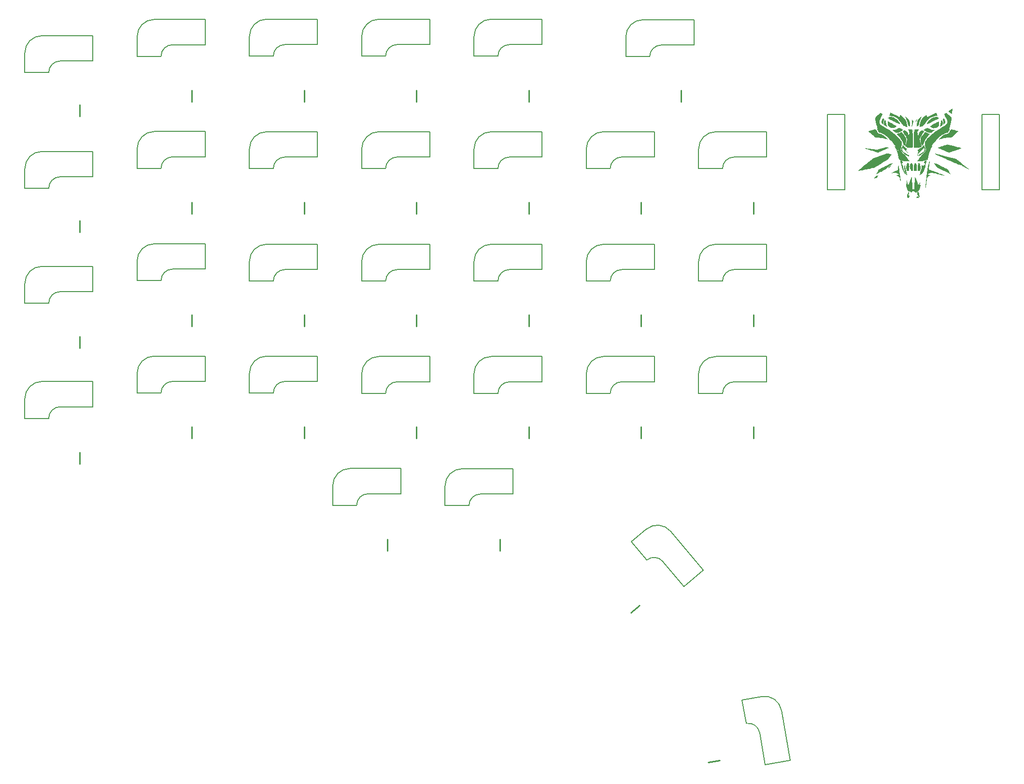
<source format=gbr>
%TF.GenerationSoftware,KiCad,Pcbnew,7.0.1*%
%TF.CreationDate,2023-03-23T04:50:53+01:00*%
%TF.ProjectId,Tiamat_v01_badge,5469616d-6174-45f7-9630-315f62616467,rev?*%
%TF.SameCoordinates,Original*%
%TF.FileFunction,Legend,Bot*%
%TF.FilePolarity,Positive*%
%FSLAX46Y46*%
G04 Gerber Fmt 4.6, Leading zero omitted, Abs format (unit mm)*
G04 Created by KiCad (PCBNEW 7.0.1) date 2023-03-23 04:50:53*
%MOMM*%
%LPD*%
G01*
G04 APERTURE LIST*
%ADD10C,0.152400*%
%ADD11C,0.250000*%
G04 APERTURE END LIST*
D10*
X154432000Y-156083000D02*
X158809461Y-155311142D01*
X153782031Y-144075456D02*
X150357865Y-144679222D01*
X153434038Y-150423320D02*
X154432000Y-156083000D01*
X153434040Y-150423320D02*
G75*
G03*
X151117128Y-148800995I-1969608J-347278D01*
G01*
X150357865Y-144679222D02*
X151085623Y-148806553D01*
X158809461Y-155311142D02*
X157257403Y-146508925D01*
X151085623Y-148806553D02*
X151117128Y-148800994D01*
X157257399Y-146508926D02*
G75*
G03*
X153782031Y-144075456I-2954421J-520952D01*
G01*
X133600539Y-114732033D02*
X130937000Y-116967000D01*
X130937000Y-116967000D02*
X133630926Y-120177494D01*
X137827025Y-115101807D02*
G75*
G03*
X133600540Y-114732034I-2298129J-1928355D01*
G01*
X140167199Y-124805889D02*
X143572263Y-121948707D01*
X136473099Y-120403440D02*
X140167199Y-124805889D01*
X143572263Y-121948707D02*
X137827032Y-115101801D01*
X136473103Y-120403436D02*
G75*
G03*
X133655436Y-120156922I-1532090J-1285574D01*
G01*
X133630926Y-120177494D02*
X133655436Y-120156922D01*
X154686000Y-88900000D02*
X154686000Y-84455000D01*
X142748000Y-90932000D02*
X146939000Y-90932000D01*
X145748000Y-84455000D02*
G75*
G03*
X142748000Y-87455000I1J-3000001D01*
G01*
X142748000Y-87455000D02*
X142748000Y-90932000D01*
X148939000Y-88900000D02*
G75*
G03*
X146939000Y-90900000I-1J-1999999D01*
G01*
X146939000Y-90932000D02*
X146939000Y-90900000D01*
X154686000Y-84455000D02*
X145748000Y-84455000D01*
X148939000Y-88900000D02*
X154686000Y-88900000D01*
X154686000Y-64770000D02*
X145748000Y-64770000D01*
X148939000Y-69215000D02*
X154686000Y-69215000D01*
X146939000Y-71247000D02*
X146939000Y-71215000D01*
X142748000Y-71247000D02*
X146939000Y-71247000D01*
X148939000Y-69215000D02*
G75*
G03*
X146939000Y-71215000I-1J-1999999D01*
G01*
X145748000Y-64770000D02*
G75*
G03*
X142748000Y-67770000I1J-3000001D01*
G01*
X142748000Y-67770000D02*
X142748000Y-71247000D01*
X154686000Y-69215000D02*
X154686000Y-64770000D01*
X146939000Y-51513500D02*
X146939000Y-51481500D01*
X148939000Y-49481500D02*
G75*
G03*
X146939000Y-51481500I-1J-1999999D01*
G01*
X145748000Y-45036500D02*
G75*
G03*
X142748000Y-48036500I1J-3000001D01*
G01*
X142748000Y-51513500D02*
X146939000Y-51513500D01*
X154686000Y-45036500D02*
X145748000Y-45036500D01*
X142748000Y-48036500D02*
X142748000Y-51513500D01*
X154686000Y-49481500D02*
X154686000Y-45036500D01*
X148939000Y-49481500D02*
X154686000Y-49481500D01*
X135001000Y-88900000D02*
X135001000Y-84455000D01*
X123063000Y-90932000D02*
X127254000Y-90932000D01*
X126063000Y-84455000D02*
G75*
G03*
X123063000Y-87455000I1J-3000001D01*
G01*
X123063000Y-87455000D02*
X123063000Y-90932000D01*
X129254000Y-88900000D02*
G75*
G03*
X127254000Y-90900000I-1J-1999999D01*
G01*
X127254000Y-90932000D02*
X127254000Y-90900000D01*
X135001000Y-84455000D02*
X126063000Y-84455000D01*
X129254000Y-88900000D02*
X135001000Y-88900000D01*
X135001000Y-64770000D02*
X126063000Y-64770000D01*
X129254000Y-69215000D02*
X135001000Y-69215000D01*
X127254000Y-71247000D02*
X127254000Y-71215000D01*
X123063000Y-71247000D02*
X127254000Y-71247000D01*
X129254000Y-69215000D02*
G75*
G03*
X127254000Y-71215000I-1J-1999999D01*
G01*
X126063000Y-64770000D02*
G75*
G03*
X123063000Y-67770000I1J-3000001D01*
G01*
X123063000Y-67770000D02*
X123063000Y-71247000D01*
X135001000Y-69215000D02*
X135001000Y-64770000D01*
X136175500Y-29845000D02*
G75*
G03*
X134175500Y-31845000I-1J-1999999D01*
G01*
X136175500Y-29845000D02*
X141922500Y-29845000D01*
X129984500Y-28400000D02*
X129984500Y-31877000D01*
X134175500Y-31877000D02*
X134175500Y-31845000D01*
X132984500Y-25400000D02*
G75*
G03*
X129984500Y-28400000I1J-3000001D01*
G01*
X129984500Y-31877000D02*
X134175500Y-31877000D01*
X141922500Y-29845000D02*
X141922500Y-25400000D01*
X141922500Y-25400000D02*
X132984500Y-25400000D01*
X127254000Y-51513500D02*
X127254000Y-51481500D01*
X129254000Y-49481500D02*
G75*
G03*
X127254000Y-51481500I-1J-1999999D01*
G01*
X126063000Y-45036500D02*
G75*
G03*
X123063000Y-48036500I1J-3000001D01*
G01*
X123063000Y-51513500D02*
X127254000Y-51513500D01*
X135001000Y-45036500D02*
X126063000Y-45036500D01*
X123063000Y-48036500D02*
X123063000Y-51513500D01*
X135001000Y-49481500D02*
X135001000Y-45036500D01*
X129254000Y-49481500D02*
X135001000Y-49481500D01*
X115316000Y-88900000D02*
X115316000Y-84455000D01*
X103378000Y-90932000D02*
X107569000Y-90932000D01*
X106378000Y-84455000D02*
G75*
G03*
X103378000Y-87455000I1J-3000001D01*
G01*
X103378000Y-87455000D02*
X103378000Y-90932000D01*
X109569000Y-88900000D02*
G75*
G03*
X107569000Y-90900000I-1J-1999999D01*
G01*
X107569000Y-90932000D02*
X107569000Y-90900000D01*
X115316000Y-84455000D02*
X106378000Y-84455000D01*
X109569000Y-88900000D02*
X115316000Y-88900000D01*
X115316000Y-64770000D02*
X106378000Y-64770000D01*
X109569000Y-69215000D02*
X115316000Y-69215000D01*
X107569000Y-71247000D02*
X107569000Y-71215000D01*
X103378000Y-71247000D02*
X107569000Y-71247000D01*
X109569000Y-69215000D02*
G75*
G03*
X107569000Y-71215000I-1J-1999999D01*
G01*
X106378000Y-64770000D02*
G75*
G03*
X103378000Y-67770000I1J-3000001D01*
G01*
X103378000Y-67770000D02*
X103378000Y-71247000D01*
X115316000Y-69215000D02*
X115316000Y-64770000D01*
X109569000Y-29750000D02*
G75*
G03*
X107569000Y-31750000I-1J-1999999D01*
G01*
X109569000Y-29750000D02*
X115316000Y-29750000D01*
X103378000Y-28305000D02*
X103378000Y-31782000D01*
X107569000Y-31782000D02*
X107569000Y-31750000D01*
X106378000Y-25305000D02*
G75*
G03*
X103378000Y-28305000I1J-3000001D01*
G01*
X103378000Y-31782000D02*
X107569000Y-31782000D01*
X115316000Y-29750000D02*
X115316000Y-25305000D01*
X115316000Y-25305000D02*
X106378000Y-25305000D01*
X107569000Y-51513500D02*
X107569000Y-51481500D01*
X109569000Y-49481500D02*
G75*
G03*
X107569000Y-51481500I-1J-1999999D01*
G01*
X106378000Y-45036500D02*
G75*
G03*
X103378000Y-48036500I1J-3000001D01*
G01*
X103378000Y-51513500D02*
X107569000Y-51513500D01*
X115316000Y-45036500D02*
X106378000Y-45036500D01*
X103378000Y-48036500D02*
X103378000Y-51513500D01*
X115316000Y-49481500D02*
X115316000Y-45036500D01*
X109569000Y-49481500D02*
X115316000Y-49481500D01*
X95631000Y-88900000D02*
X95631000Y-84455000D01*
X83693000Y-90932000D02*
X87884000Y-90932000D01*
X86693000Y-84455000D02*
G75*
G03*
X83693000Y-87455000I1J-3000001D01*
G01*
X83693000Y-87455000D02*
X83693000Y-90932000D01*
X89884000Y-88900000D02*
G75*
G03*
X87884000Y-90900000I-1J-1999999D01*
G01*
X87884000Y-90932000D02*
X87884000Y-90900000D01*
X95631000Y-84455000D02*
X86693000Y-84455000D01*
X89884000Y-88900000D02*
X95631000Y-88900000D01*
X95631000Y-64770000D02*
X86693000Y-64770000D01*
X89884000Y-69215000D02*
X95631000Y-69215000D01*
X87884000Y-71247000D02*
X87884000Y-71215000D01*
X83693000Y-71247000D02*
X87884000Y-71247000D01*
X89884000Y-69215000D02*
G75*
G03*
X87884000Y-71215000I-1J-1999999D01*
G01*
X86693000Y-64770000D02*
G75*
G03*
X83693000Y-67770000I1J-3000001D01*
G01*
X83693000Y-67770000D02*
X83693000Y-71247000D01*
X95631000Y-69215000D02*
X95631000Y-64770000D01*
X89884000Y-29750000D02*
G75*
G03*
X87884000Y-31750000I-1J-1999999D01*
G01*
X89884000Y-29750000D02*
X95631000Y-29750000D01*
X83693000Y-28305000D02*
X83693000Y-31782000D01*
X87884000Y-31782000D02*
X87884000Y-31750000D01*
X86693000Y-25305000D02*
G75*
G03*
X83693000Y-28305000I1J-3000001D01*
G01*
X83693000Y-31782000D02*
X87884000Y-31782000D01*
X95631000Y-29750000D02*
X95631000Y-25305000D01*
X95631000Y-25305000D02*
X86693000Y-25305000D01*
X87884000Y-51513500D02*
X87884000Y-51481500D01*
X89884000Y-49481500D02*
G75*
G03*
X87884000Y-51481500I-1J-1999999D01*
G01*
X86693000Y-45036500D02*
G75*
G03*
X83693000Y-48036500I1J-3000001D01*
G01*
X83693000Y-51513500D02*
X87884000Y-51513500D01*
X95631000Y-45036500D02*
X86693000Y-45036500D01*
X83693000Y-48036500D02*
X83693000Y-51513500D01*
X95631000Y-49481500D02*
X95631000Y-45036500D01*
X89884000Y-49481500D02*
X95631000Y-49481500D01*
X75946000Y-88836000D02*
X75946000Y-84391000D01*
X64008000Y-90868000D02*
X68199000Y-90868000D01*
X67008000Y-84391000D02*
G75*
G03*
X64008000Y-87391000I1J-3000001D01*
G01*
X64008000Y-87391000D02*
X64008000Y-90868000D01*
X70199000Y-88836000D02*
G75*
G03*
X68199000Y-90836000I-1J-1999999D01*
G01*
X68199000Y-90868000D02*
X68199000Y-90836000D01*
X75946000Y-84391000D02*
X67008000Y-84391000D01*
X70199000Y-88836000D02*
X75946000Y-88836000D01*
X75946000Y-64770000D02*
X67008000Y-64770000D01*
X70199000Y-69215000D02*
X75946000Y-69215000D01*
X68199000Y-71247000D02*
X68199000Y-71215000D01*
X64008000Y-71247000D02*
X68199000Y-71247000D01*
X70199000Y-69215000D02*
G75*
G03*
X68199000Y-71215000I-1J-1999999D01*
G01*
X67008000Y-64770000D02*
G75*
G03*
X64008000Y-67770000I1J-3000001D01*
G01*
X64008000Y-67770000D02*
X64008000Y-71247000D01*
X75946000Y-69215000D02*
X75946000Y-64770000D01*
X70199000Y-29750000D02*
G75*
G03*
X68199000Y-31750000I-1J-1999999D01*
G01*
X70199000Y-29750000D02*
X75946000Y-29750000D01*
X64008000Y-28305000D02*
X64008000Y-31782000D01*
X68199000Y-31782000D02*
X68199000Y-31750000D01*
X67008000Y-25305000D02*
G75*
G03*
X64008000Y-28305000I1J-3000001D01*
G01*
X64008000Y-31782000D02*
X68199000Y-31782000D01*
X75946000Y-29750000D02*
X75946000Y-25305000D01*
X75946000Y-25305000D02*
X67008000Y-25305000D01*
X68199000Y-51513500D02*
X68199000Y-51481500D01*
X70199000Y-49481500D02*
G75*
G03*
X68199000Y-51481500I-1J-1999999D01*
G01*
X67008000Y-45036500D02*
G75*
G03*
X64008000Y-48036500I1J-3000001D01*
G01*
X64008000Y-51513500D02*
X68199000Y-51513500D01*
X75946000Y-45036500D02*
X67008000Y-45036500D01*
X64008000Y-48036500D02*
X64008000Y-51513500D01*
X75946000Y-49481500D02*
X75946000Y-45036500D01*
X70199000Y-49481500D02*
X75946000Y-49481500D01*
X50514000Y-88836500D02*
G75*
G03*
X48514000Y-90836500I-1J-1999999D01*
G01*
X50514000Y-88836500D02*
X56261000Y-88836500D01*
X44323000Y-87391500D02*
X44323000Y-90868500D01*
X48514000Y-90868500D02*
X48514000Y-90836500D01*
X44323000Y-90868500D02*
X48514000Y-90868500D01*
X56261000Y-84391500D02*
X47323000Y-84391500D01*
X47323000Y-84391500D02*
G75*
G03*
X44323000Y-87391500I1J-3000001D01*
G01*
X56261000Y-88836500D02*
X56261000Y-84391500D01*
X56261000Y-64689000D02*
X47323000Y-64689000D01*
X56261000Y-69134000D02*
X56261000Y-64689000D01*
X44323000Y-67689000D02*
X44323000Y-71166000D01*
X44323000Y-71166000D02*
X48514000Y-71166000D01*
X47323000Y-64689000D02*
G75*
G03*
X44323000Y-67689000I1J-3000001D01*
G01*
X50514000Y-69134000D02*
X56261000Y-69134000D01*
X50514000Y-69134000D02*
G75*
G03*
X48514000Y-71134000I-1J-1999999D01*
G01*
X48514000Y-71166000D02*
X48514000Y-71134000D01*
X56261000Y-45005000D02*
X47323000Y-45005000D01*
X56261000Y-49450000D02*
X56261000Y-45005000D01*
X44323000Y-48005000D02*
X44323000Y-51482000D01*
X44323000Y-51482000D02*
X48514000Y-51482000D01*
X47323000Y-45005000D02*
G75*
G03*
X44323000Y-48005000I1J-3000001D01*
G01*
X50514000Y-49450000D02*
X56261000Y-49450000D01*
X50514000Y-49450000D02*
G75*
G03*
X48514000Y-51450000I-1J-1999999D01*
G01*
X48514000Y-51482000D02*
X48514000Y-51450000D01*
X56261000Y-25336000D02*
X47323000Y-25336000D01*
X56261000Y-29781000D02*
X56261000Y-25336000D01*
X44323000Y-28336000D02*
X44323000Y-31813000D01*
X44323000Y-31813000D02*
X48514000Y-31813000D01*
X47323000Y-25336000D02*
G75*
G03*
X44323000Y-28336000I1J-3000001D01*
G01*
X50514000Y-29781000D02*
X56261000Y-29781000D01*
X50514000Y-29781000D02*
G75*
G03*
X48514000Y-31781000I-1J-1999999D01*
G01*
X48514000Y-31813000D02*
X48514000Y-31781000D01*
X36576000Y-28194000D02*
X27638000Y-28194000D01*
X36576000Y-32639000D02*
X36576000Y-28194000D01*
X24638000Y-31194000D02*
X24638000Y-34671000D01*
X24638000Y-34671000D02*
X28829000Y-34671000D01*
X27638000Y-28194000D02*
G75*
G03*
X24638000Y-31194000I1J-3000001D01*
G01*
X30829000Y-32639000D02*
X36576000Y-32639000D01*
X30829000Y-32639000D02*
G75*
G03*
X28829000Y-34639000I-1J-1999999D01*
G01*
X28829000Y-34671000D02*
X28829000Y-34639000D01*
X36576000Y-48498000D02*
X27638000Y-48498000D01*
X36576000Y-52943000D02*
X36576000Y-48498000D01*
X24638000Y-51498000D02*
X24638000Y-54975000D01*
X24638000Y-54975000D02*
X28829000Y-54975000D01*
X27638000Y-48498000D02*
G75*
G03*
X24638000Y-51498000I1J-3000001D01*
G01*
X30829000Y-52943000D02*
X36576000Y-52943000D01*
X30829000Y-52943000D02*
G75*
G03*
X28829000Y-54943000I-1J-1999999D01*
G01*
X28829000Y-54975000D02*
X28829000Y-54943000D01*
X36576000Y-68643000D02*
X27638000Y-68643000D01*
X36576000Y-73088000D02*
X36576000Y-68643000D01*
X24638000Y-71643000D02*
X24638000Y-75120000D01*
X24638000Y-75120000D02*
X28829000Y-75120000D01*
X27638000Y-68643000D02*
G75*
G03*
X24638000Y-71643000I1J-3000001D01*
G01*
X30829000Y-73088000D02*
X36576000Y-73088000D01*
X30829000Y-73088000D02*
G75*
G03*
X28829000Y-75088000I-1J-1999999D01*
G01*
X28829000Y-75120000D02*
X28829000Y-75088000D01*
X36576000Y-88836000D02*
X27638000Y-88836000D01*
X36576000Y-93281000D02*
X36576000Y-88836000D01*
X24638000Y-91836000D02*
X24638000Y-95313000D01*
X24638000Y-95313000D02*
X28829000Y-95313000D01*
X27638000Y-88836000D02*
G75*
G03*
X24638000Y-91836000I1J-3000001D01*
G01*
X30829000Y-93281000D02*
X36576000Y-93281000D01*
X30829000Y-93281000D02*
G75*
G03*
X28829000Y-95281000I-1J-1999999D01*
G01*
X28829000Y-95313000D02*
X28829000Y-95281000D01*
X90551000Y-104092000D02*
X81613000Y-104092000D01*
X90551000Y-108537000D02*
X90551000Y-104092000D01*
X78613000Y-107092000D02*
X78613000Y-110569000D01*
X78613000Y-110569000D02*
X82804000Y-110569000D01*
X81613000Y-104092000D02*
G75*
G03*
X78613000Y-107092000I1J-3000001D01*
G01*
X84804000Y-108537000D02*
X90551000Y-108537000D01*
X84804000Y-108537000D02*
G75*
G03*
X82804000Y-110537000I-1J-1999999D01*
G01*
X82804000Y-110569000D02*
X82804000Y-110537000D01*
X101298000Y-104140000D02*
G75*
G03*
X98298000Y-107140000I0J-3000000D01*
G01*
X104489000Y-108585000D02*
G75*
G03*
X102489000Y-110585000I0J-2000000D01*
G01*
X110236000Y-108585000D02*
X110236000Y-104140000D01*
X104489000Y-108585000D02*
X110236000Y-108585000D01*
X102489000Y-110617000D02*
X102489000Y-110585000D01*
X98298000Y-110617000D02*
X102489000Y-110617000D01*
X98298000Y-107140000D02*
X98298000Y-110617000D01*
X110236000Y-104140000D02*
X101298000Y-104140000D01*
X165354000Y-42037000D02*
X168402000Y-42037000D01*
X168402000Y-55245000D01*
X165354000Y-55245000D01*
X165354000Y-42037000D01*
X192405000Y-42037000D02*
X195453000Y-42037000D01*
X195453000Y-55245000D01*
X192405000Y-55245000D01*
X192405000Y-42037000D01*
%TO.C,G\u002A\u002A\u002A*%
G36*
X181074096Y-42735599D02*
G01*
X181061620Y-42758941D01*
X181031775Y-42781215D01*
X181019621Y-42780331D01*
X181010738Y-42764274D01*
X181049280Y-42725107D01*
X181057511Y-42718391D01*
X181081222Y-42705598D01*
X181074096Y-42735599D01*
G37*
G36*
X181180692Y-56395321D02*
G01*
X181284778Y-56470991D01*
X181313648Y-56497993D01*
X181377832Y-56572701D01*
X181393408Y-56625589D01*
X181361280Y-56658878D01*
X181357309Y-56660240D01*
X181306135Y-56664893D01*
X181222944Y-56663510D01*
X181125254Y-56657448D01*
X181030583Y-56648062D01*
X180956451Y-56636710D01*
X180920375Y-56624746D01*
X180917688Y-56613345D01*
X180928190Y-56562047D01*
X180956164Y-56488600D01*
X180958502Y-56483404D01*
X180996937Y-56411534D01*
X181035972Y-56378468D01*
X181091300Y-56370493D01*
X181180692Y-56395321D01*
G37*
G36*
X181053944Y-42845337D02*
G01*
X181054309Y-42875166D01*
X181010104Y-42932268D01*
X180977460Y-42981852D01*
X180935390Y-43068731D01*
X180895949Y-43170274D01*
X180863305Y-43264784D01*
X180834570Y-43346054D01*
X180817304Y-43392593D01*
X180808511Y-43400972D01*
X180798538Y-43373971D01*
X180791549Y-43315867D01*
X180788470Y-43240696D01*
X180790223Y-43162493D01*
X180797733Y-43095295D01*
X180799105Y-43088560D01*
X180832509Y-43002301D01*
X180887392Y-42920970D01*
X180950713Y-42860493D01*
X181009429Y-42836795D01*
X181053944Y-42845337D01*
G37*
G36*
X176470109Y-50921630D02*
G01*
X176446597Y-50973817D01*
X176394375Y-51046477D01*
X176321628Y-51129747D01*
X176236543Y-51213766D01*
X176147306Y-51288670D01*
X176121991Y-51307760D01*
X176042102Y-51366939D01*
X175984037Y-51408315D01*
X175958941Y-51423884D01*
X175945189Y-51412801D01*
X175956527Y-51369415D01*
X175996816Y-51302281D01*
X176061137Y-51221162D01*
X176128696Y-51151021D01*
X176212199Y-51074724D01*
X176298448Y-51003494D01*
X176376745Y-50945700D01*
X176436392Y-50909711D01*
X176466692Y-50903895D01*
X176470109Y-50921630D01*
G37*
G36*
X174190278Y-52684954D02*
G01*
X174187487Y-52719834D01*
X174166211Y-52789995D01*
X174130760Y-52881048D01*
X174054482Y-53060523D01*
X173813817Y-53143183D01*
X173793424Y-53150175D01*
X173656374Y-53195732D01*
X173565671Y-53221017D01*
X173516193Y-53225203D01*
X173502814Y-53207466D01*
X173520411Y-53166980D01*
X173563860Y-53102920D01*
X173661439Y-52976187D01*
X173767058Y-52866955D01*
X173876161Y-52788844D01*
X174001733Y-52730820D01*
X174087781Y-52701721D01*
X174156883Y-52684441D01*
X174189742Y-52684275D01*
X174190278Y-52684954D01*
G37*
G36*
X187212772Y-40979945D02*
G01*
X187225145Y-41007939D01*
X187227524Y-41069883D01*
X187221223Y-41176346D01*
X187217782Y-41221902D01*
X187207959Y-41358283D01*
X187197237Y-41513860D01*
X187187389Y-41663112D01*
X187169101Y-41948402D01*
X187091716Y-41899327D01*
X187050967Y-41871220D01*
X186971601Y-41812770D01*
X186871386Y-41736585D01*
X186762736Y-41651996D01*
X186511142Y-41453741D01*
X186833359Y-41214305D01*
X186878677Y-41180924D01*
X186992466Y-41099774D01*
X187089371Y-41034382D01*
X187160304Y-40990747D01*
X187196172Y-40974869D01*
X187212772Y-40979945D01*
G37*
G36*
X181178486Y-55502827D02*
G01*
X181249365Y-55588779D01*
X181318558Y-55700552D01*
X181391217Y-55877010D01*
X181444087Y-56080020D01*
X181472265Y-56294070D01*
X181473866Y-56320020D01*
X181477494Y-56416391D01*
X181476303Y-56483963D01*
X181470408Y-56509442D01*
X181453841Y-56498097D01*
X181404562Y-56454455D01*
X181331947Y-56385682D01*
X181244783Y-56299939D01*
X181035280Y-56090436D01*
X181062254Y-55903932D01*
X181073937Y-55810321D01*
X181085205Y-55685027D01*
X181089778Y-55583111D01*
X181091448Y-55532058D01*
X181103683Y-55474614D01*
X181131311Y-55464821D01*
X181178486Y-55502827D01*
G37*
G36*
X175497693Y-43039287D02*
G01*
X175600031Y-43141625D01*
X175604075Y-43413006D01*
X175611940Y-43558145D01*
X175644392Y-43770525D01*
X175698454Y-43958398D01*
X175770631Y-44107206D01*
X175796840Y-44151389D01*
X175810241Y-44182481D01*
X175801699Y-44182124D01*
X175753741Y-44159195D01*
X175668818Y-44111536D01*
X175552922Y-44042563D01*
X175412046Y-43955687D01*
X175407415Y-43952759D01*
X175316959Y-43875775D01*
X175260047Y-43777032D01*
X175233065Y-43646873D01*
X175232400Y-43475639D01*
X175235229Y-43435279D01*
X175263290Y-43260183D01*
X175319933Y-43101694D01*
X175395355Y-42936949D01*
X175497693Y-43039287D01*
G37*
G36*
X180808049Y-50541428D02*
G01*
X180871332Y-50597639D01*
X180938765Y-50702557D01*
X180987719Y-50830982D01*
X181009836Y-50965350D01*
X181010498Y-50983208D01*
X181012194Y-51075432D01*
X181012959Y-51204397D01*
X181012749Y-51355515D01*
X181011520Y-51514202D01*
X181006958Y-51924103D01*
X180739455Y-51924103D01*
X180471951Y-51924103D01*
X180484839Y-51361357D01*
X180487101Y-51270440D01*
X180494427Y-51066183D01*
X180504955Y-50907536D01*
X180520233Y-50787282D01*
X180541810Y-50698199D01*
X180571236Y-50633068D01*
X180610060Y-50584670D01*
X180659831Y-50545784D01*
X180707362Y-50518054D01*
X180751550Y-50513490D01*
X180808049Y-50541428D01*
G37*
G36*
X185721744Y-42652698D02*
G01*
X185748679Y-42683950D01*
X185749210Y-42684665D01*
X185810827Y-42783058D01*
X185874373Y-42909200D01*
X185931905Y-43044434D01*
X185975476Y-43170099D01*
X185997145Y-43267539D01*
X185999349Y-43291444D01*
X185997138Y-43397867D01*
X185966342Y-43483648D01*
X185899353Y-43562702D01*
X185788558Y-43648947D01*
X185713523Y-43701161D01*
X185658143Y-43739291D01*
X185636184Y-43753843D01*
X185635527Y-43743374D01*
X185634431Y-43688755D01*
X185633413Y-43597955D01*
X185632629Y-43482891D01*
X185630845Y-43395073D01*
X185612738Y-43192811D01*
X185572992Y-43013131D01*
X185514710Y-42814303D01*
X185611027Y-42721337D01*
X185656906Y-42677939D01*
X185696151Y-42649337D01*
X185721744Y-42652698D01*
G37*
G36*
X179480660Y-50497068D02*
G01*
X179554815Y-50551881D01*
X179620338Y-50659690D01*
X179637948Y-50703517D01*
X179652220Y-50753720D01*
X179662143Y-50815389D01*
X179668367Y-50897344D01*
X179671538Y-51008407D01*
X179672307Y-51157397D01*
X179671320Y-51353135D01*
X179667101Y-51921788D01*
X179468595Y-51929893D01*
X179355982Y-51930984D01*
X179277325Y-51921420D01*
X179236490Y-51899508D01*
X179213807Y-51856909D01*
X179189138Y-51759845D01*
X179171251Y-51627494D01*
X179160335Y-51471264D01*
X179156581Y-51302568D01*
X179160180Y-51132816D01*
X179171321Y-50973419D01*
X179190196Y-50835788D01*
X179216994Y-50731334D01*
X179256333Y-50641741D01*
X179326426Y-50542886D01*
X179402866Y-50494366D01*
X179480660Y-50497068D01*
G37*
G36*
X178926327Y-50885346D02*
G01*
X178938721Y-50947944D01*
X178950444Y-51045549D01*
X178959868Y-51166828D01*
X178963192Y-51215195D01*
X179005848Y-51546188D01*
X179082771Y-51901053D01*
X179190415Y-52265640D01*
X179325238Y-52625799D01*
X179325431Y-52626264D01*
X179333422Y-52667492D01*
X179310720Y-52670140D01*
X179263699Y-52636978D01*
X179198732Y-52570779D01*
X179151509Y-52510448D01*
X179058243Y-52354840D01*
X178970962Y-52164846D01*
X178894507Y-51954597D01*
X178833716Y-51738229D01*
X178793432Y-51529873D01*
X178778493Y-51343664D01*
X178779096Y-51306100D01*
X178790479Y-51181177D01*
X178813527Y-51062628D01*
X178844664Y-50962739D01*
X178880315Y-50893797D01*
X178916905Y-50868086D01*
X178926327Y-50885346D01*
G37*
G36*
X175119855Y-42665333D02*
G01*
X175177592Y-42718874D01*
X175271368Y-42809378D01*
X175205347Y-43066248D01*
X175198381Y-43093782D01*
X175164355Y-43253978D01*
X175149440Y-43393494D01*
X175150604Y-43538491D01*
X175151876Y-43564212D01*
X175155138Y-43660690D01*
X175154994Y-43728349D01*
X175151395Y-43753863D01*
X175151234Y-43753852D01*
X175124374Y-43737861D01*
X175065773Y-43697312D01*
X174987831Y-43640777D01*
X174891078Y-43560925D01*
X174820571Y-43472932D01*
X174789260Y-43377704D01*
X174789973Y-43261498D01*
X174796033Y-43227648D01*
X174826234Y-43127638D01*
X174873501Y-43005599D01*
X174930159Y-42879197D01*
X174988533Y-42766093D01*
X175040947Y-42683950D01*
X175061290Y-42659264D01*
X175086256Y-42646784D01*
X175119855Y-42665333D01*
G37*
G36*
X185425960Y-42999716D02*
G01*
X185463677Y-43080589D01*
X185500946Y-43191406D01*
X185533208Y-43315791D01*
X185555901Y-43437366D01*
X185564465Y-43539755D01*
X185553670Y-43687415D01*
X185513232Y-43810853D01*
X185435876Y-43908930D01*
X185314398Y-43994756D01*
X185243116Y-44036290D01*
X185148550Y-44092633D01*
X185078184Y-44135972D01*
X185066717Y-44143218D01*
X185013658Y-44174742D01*
X184989111Y-44185800D01*
X184993729Y-44169454D01*
X185016728Y-44115222D01*
X185053149Y-44036736D01*
X185066211Y-44008124D01*
X185125361Y-43839705D01*
X185168518Y-43651103D01*
X185191463Y-43464921D01*
X185189975Y-43303761D01*
X185189113Y-43295688D01*
X185182056Y-43207764D01*
X185189570Y-43151748D01*
X185219190Y-43105900D01*
X185278449Y-43048482D01*
X185319771Y-43013712D01*
X185375484Y-42978401D01*
X185406963Y-42974212D01*
X185425960Y-42999716D01*
G37*
G36*
X178994203Y-42360580D02*
G01*
X179058031Y-42400875D01*
X179138168Y-42459467D01*
X179224775Y-42528995D01*
X179308015Y-42602100D01*
X179378050Y-42671419D01*
X179455407Y-42761551D01*
X179597826Y-42978109D01*
X179701963Y-43222578D01*
X179770017Y-43500873D01*
X179804185Y-43818913D01*
X179820101Y-44120178D01*
X179682299Y-44050348D01*
X179627603Y-44020867D01*
X179553745Y-43974891D01*
X179510739Y-43939843D01*
X179504173Y-43928676D01*
X179480295Y-43868751D01*
X179447378Y-43770221D01*
X179408877Y-43643744D01*
X179368245Y-43499984D01*
X179343886Y-43411284D01*
X179275327Y-43171595D01*
X179213672Y-42973898D01*
X179155691Y-42808803D01*
X179098157Y-42666915D01*
X179037839Y-42538845D01*
X179035723Y-42534653D01*
X178992710Y-42447416D01*
X178962138Y-42381727D01*
X178950503Y-42351520D01*
X178956520Y-42345942D01*
X178994203Y-42360580D01*
G37*
G36*
X176011653Y-43204755D02*
G01*
X176093263Y-43256054D01*
X176214595Y-43329527D01*
X176366827Y-43419993D01*
X176541193Y-43522308D01*
X176728925Y-43631328D01*
X176921256Y-43741909D01*
X177109420Y-43848906D01*
X177217296Y-43912353D01*
X177309215Y-43971416D01*
X177371404Y-44017195D01*
X177394267Y-44043146D01*
X177375421Y-44088427D01*
X177317552Y-44153364D01*
X177232529Y-44224884D01*
X177132471Y-44293875D01*
X177029499Y-44351226D01*
X176935733Y-44387826D01*
X176907285Y-44394870D01*
X176720146Y-44409965D01*
X176529619Y-44377212D01*
X176345389Y-44301605D01*
X176177141Y-44188141D01*
X176034559Y-44041816D01*
X175927328Y-43867626D01*
X175891536Y-43769475D01*
X175862032Y-43596162D01*
X175866725Y-43420891D01*
X175906391Y-43265919D01*
X175916871Y-43241194D01*
X175943448Y-43191460D01*
X175970014Y-43182236D01*
X176011653Y-43204755D01*
G37*
G36*
X180164321Y-42818783D02*
G01*
X180173260Y-42863277D01*
X180182783Y-42929098D01*
X180237115Y-43033785D01*
X180330877Y-43117643D01*
X180354013Y-43132808D01*
X180407221Y-43186047D01*
X180420600Y-43248963D01*
X180417830Y-43323119D01*
X180398098Y-43253644D01*
X180387697Y-43235249D01*
X180375162Y-43257254D01*
X180360278Y-43326877D01*
X180341920Y-43448002D01*
X180324480Y-43565728D01*
X180292914Y-43733260D01*
X180257006Y-43862349D01*
X180213441Y-43963879D01*
X180158902Y-44048735D01*
X180136680Y-44076688D01*
X180094570Y-44122190D01*
X180072509Y-44134804D01*
X180070995Y-44123386D01*
X180075353Y-44067400D01*
X180087395Y-43976462D01*
X180105588Y-43863162D01*
X180130093Y-43674860D01*
X180141720Y-43460274D01*
X180141005Y-43206126D01*
X180139856Y-43148442D01*
X180139058Y-43014671D01*
X180141074Y-42906950D01*
X180145621Y-42835110D01*
X180152418Y-42808984D01*
X180164321Y-42818783D01*
G37*
G36*
X180081105Y-50516986D02*
G01*
X180139093Y-50553102D01*
X180149819Y-50561819D01*
X180208832Y-50632356D01*
X180252491Y-50717895D01*
X180262121Y-50761376D01*
X180274071Y-50855697D01*
X180285269Y-50983464D01*
X180295237Y-51133572D01*
X180303499Y-51294917D01*
X180309577Y-51456394D01*
X180312993Y-51606899D01*
X180313271Y-51735326D01*
X180309933Y-51830571D01*
X180302502Y-51881528D01*
X180280376Y-51908039D01*
X180230169Y-51919834D01*
X180138834Y-51918619D01*
X179992626Y-51910208D01*
X179977803Y-51781360D01*
X179952647Y-51665307D01*
X179905948Y-51588788D01*
X179839963Y-51562834D01*
X179832457Y-51562348D01*
X179810466Y-51549484D01*
X179795127Y-51511517D01*
X179783658Y-51438297D01*
X179773273Y-51319672D01*
X179767193Y-51123599D01*
X179784700Y-50914266D01*
X179828764Y-50743777D01*
X179898305Y-50616002D01*
X179992246Y-50534810D01*
X180035404Y-50515427D01*
X180081105Y-50516986D01*
G37*
G36*
X182895515Y-44344874D02*
G01*
X182966182Y-44376088D01*
X183049093Y-44423389D01*
X183140760Y-44477581D01*
X183410542Y-44601399D01*
X183699287Y-44688876D01*
X183985771Y-44732996D01*
X184088325Y-44740405D01*
X183906288Y-44893250D01*
X183809342Y-44972934D01*
X183646164Y-45096600D01*
X183514252Y-45180396D01*
X183410788Y-45226217D01*
X183389914Y-45231800D01*
X183249057Y-45240389D01*
X183081669Y-45209250D01*
X182896674Y-45139879D01*
X182809191Y-45095946D01*
X182700755Y-45036058D01*
X182581943Y-44966674D01*
X182462566Y-44893902D01*
X182352437Y-44823849D01*
X182261368Y-44762624D01*
X182199172Y-44716333D01*
X182175660Y-44691085D01*
X182190606Y-44670970D01*
X182239472Y-44644714D01*
X182268711Y-44631741D01*
X182344447Y-44593903D01*
X182445820Y-44540503D01*
X182559122Y-44478662D01*
X182637128Y-44436615D01*
X182739553Y-44385439D01*
X182819234Y-44350427D01*
X182863509Y-44337451D01*
X182895515Y-44344874D01*
G37*
G36*
X184852350Y-43254584D02*
G01*
X184884016Y-43320465D01*
X184907378Y-43419694D01*
X184919597Y-43538341D01*
X184917829Y-43662477D01*
X184907252Y-43745769D01*
X184846290Y-43939807D01*
X184737432Y-44106559D01*
X184581884Y-44244478D01*
X184380850Y-44352016D01*
X184341632Y-44366866D01*
X184156355Y-44410508D01*
X183962974Y-44419813D01*
X183785952Y-44393093D01*
X183734266Y-44372806D01*
X183635269Y-44316928D01*
X183530350Y-44243462D01*
X183438318Y-44166005D01*
X183377982Y-44098155D01*
X183375367Y-44094077D01*
X183365664Y-44072837D01*
X183369072Y-44051707D01*
X183391570Y-44026294D01*
X183439140Y-43992206D01*
X183517761Y-43945049D01*
X183633413Y-43880430D01*
X183792077Y-43793956D01*
X183899285Y-43735444D01*
X184074483Y-43638673D01*
X184246492Y-43542444D01*
X184400042Y-43455319D01*
X184519862Y-43385861D01*
X184622299Y-43327783D01*
X184720899Y-43276994D01*
X184794127Y-43245002D01*
X184831043Y-43237042D01*
X184852350Y-43254584D01*
G37*
G36*
X177970750Y-44347265D02*
G01*
X178033435Y-44374336D01*
X178034597Y-44374947D01*
X178116642Y-44418427D01*
X178217772Y-44472472D01*
X178326638Y-44530956D01*
X178431887Y-44587753D01*
X178522167Y-44636739D01*
X178586128Y-44671787D01*
X178612417Y-44686771D01*
X178612733Y-44687155D01*
X178594278Y-44707156D01*
X178538408Y-44749118D01*
X178454751Y-44806794D01*
X178352934Y-44873938D01*
X178242584Y-44944303D01*
X178133329Y-45011643D01*
X178034797Y-45069712D01*
X177956614Y-45112264D01*
X177863334Y-45156220D01*
X177758910Y-45199233D01*
X177678999Y-45225591D01*
X177633497Y-45235252D01*
X177506102Y-45242869D01*
X177378030Y-45217973D01*
X177241378Y-45157385D01*
X177088242Y-45057923D01*
X176910717Y-44916406D01*
X176703788Y-44740405D01*
X176805866Y-44732996D01*
X177110058Y-44685669D01*
X177422551Y-44584319D01*
X177723686Y-44432210D01*
X177756681Y-44412532D01*
X177848043Y-44363435D01*
X177914176Y-44342655D01*
X177970750Y-44347265D01*
G37*
G36*
X181840065Y-42354176D02*
G01*
X181823711Y-42393134D01*
X181789482Y-42465655D01*
X181743501Y-42558678D01*
X181700753Y-42647712D01*
X181628081Y-42821264D01*
X181557323Y-43021613D01*
X181485266Y-43258174D01*
X181408699Y-43540360D01*
X181402643Y-43563526D01*
X181365553Y-43697746D01*
X181330551Y-43812686D01*
X181301331Y-43896773D01*
X181281588Y-43938437D01*
X181262949Y-43956001D01*
X181200517Y-43999959D01*
X181119945Y-44046432D01*
X181072601Y-44070807D01*
X181011063Y-44101354D01*
X180982546Y-44113838D01*
X180980337Y-44112619D01*
X180975077Y-44076968D01*
X180975684Y-44000777D01*
X180981162Y-43895844D01*
X180990516Y-43773966D01*
X181002749Y-43646939D01*
X181016867Y-43526561D01*
X181031873Y-43424628D01*
X181046771Y-43352937D01*
X181079291Y-43248228D01*
X181189822Y-42994716D01*
X181335225Y-42766008D01*
X181508722Y-42571719D01*
X181703534Y-42421462D01*
X181764248Y-42385595D01*
X181819394Y-42356862D01*
X181840656Y-42351421D01*
X181840065Y-42354176D01*
G37*
G36*
X181451015Y-50520184D02*
G01*
X181472063Y-50542475D01*
X181530996Y-50642091D01*
X181580729Y-50781707D01*
X181617737Y-50949772D01*
X181638498Y-51134734D01*
X181638844Y-51140684D01*
X181641268Y-51275298D01*
X181635799Y-51425340D01*
X181623843Y-51576611D01*
X181606806Y-51714910D01*
X181586095Y-51826036D01*
X181563117Y-51895789D01*
X181551473Y-51910137D01*
X181513686Y-51925641D01*
X181443437Y-51931344D01*
X181329362Y-51928855D01*
X181118118Y-51919712D01*
X181118118Y-51393899D01*
X181118599Y-51275276D01*
X181121642Y-51102352D01*
X181127330Y-50974525D01*
X181135480Y-50895276D01*
X181145908Y-50868086D01*
X181158692Y-50872789D01*
X181173698Y-50909771D01*
X181176454Y-50928900D01*
X181198251Y-50951456D01*
X181212011Y-50927120D01*
X181225124Y-50861443D01*
X181234426Y-50768918D01*
X181243047Y-50682493D01*
X181266566Y-50592483D01*
X181304425Y-50550898D01*
X181358760Y-50554046D01*
X181380388Y-50554663D01*
X181396018Y-50519378D01*
X181397454Y-50492316D01*
X181411120Y-50487159D01*
X181451015Y-50520184D01*
G37*
G36*
X184565095Y-42392639D02*
G01*
X184622592Y-42401264D01*
X184652685Y-42433159D01*
X184675230Y-42503315D01*
X184689657Y-42551319D01*
X184718797Y-42602327D01*
X184761289Y-42606418D01*
X184829919Y-42569026D01*
X184839752Y-42562664D01*
X184894666Y-42532326D01*
X184911706Y-42533518D01*
X184893899Y-42561195D01*
X184844270Y-42610314D01*
X184765845Y-42675832D01*
X184585725Y-42806828D01*
X184328751Y-42970465D01*
X184038401Y-43135343D01*
X183726093Y-43295646D01*
X183403248Y-43445564D01*
X183081284Y-43579283D01*
X182771619Y-43690990D01*
X182768286Y-43692081D01*
X182709024Y-43708586D01*
X182679704Y-43711407D01*
X182678801Y-43709566D01*
X182690978Y-43675252D01*
X182727841Y-43607808D01*
X182782819Y-43517457D01*
X182849340Y-43414424D01*
X182920834Y-43308931D01*
X182990729Y-43211204D01*
X183052455Y-43131465D01*
X183159091Y-43015278D01*
X183348215Y-42848837D01*
X183558454Y-42700549D01*
X183769644Y-42585760D01*
X183910824Y-42529712D01*
X184077739Y-42476647D01*
X184248319Y-42432997D01*
X184404511Y-42403364D01*
X184528262Y-42392350D01*
X184565095Y-42392639D01*
G37*
G36*
X179674546Y-55455566D02*
G01*
X179675357Y-55493409D01*
X179664656Y-55568738D01*
X179644093Y-55668797D01*
X179643566Y-55671086D01*
X179619052Y-55793434D01*
X179599593Y-55919855D01*
X179586245Y-56038613D01*
X179580065Y-56137972D01*
X179582110Y-56206194D01*
X179593436Y-56231543D01*
X179597527Y-56230415D01*
X179629997Y-56201767D01*
X179674181Y-56146573D01*
X179685671Y-56131059D01*
X179725882Y-56086826D01*
X179749580Y-56076499D01*
X179749954Y-56105934D01*
X179737041Y-56174528D01*
X179714460Y-56267297D01*
X179686260Y-56369599D01*
X179656486Y-56466791D01*
X179629187Y-56544229D01*
X179608410Y-56587270D01*
X179607889Y-56587926D01*
X179560279Y-56610934D01*
X179483797Y-56615060D01*
X179438953Y-56608977D01*
X179397676Y-56589161D01*
X179366105Y-56543567D01*
X179330961Y-56458602D01*
X179314408Y-56414076D01*
X179294159Y-56346968D01*
X179289025Y-56287765D01*
X179298474Y-56215861D01*
X179321975Y-56110652D01*
X179351739Y-56000290D01*
X179393024Y-55873753D01*
X179433383Y-55772434D01*
X179465075Y-55710518D01*
X179522063Y-55617240D01*
X179581925Y-55534765D01*
X179635087Y-55475893D01*
X179671974Y-55453425D01*
X179674546Y-55455566D01*
G37*
G36*
X178262702Y-50100964D02*
G01*
X178336986Y-50130089D01*
X178409037Y-50168644D01*
X178457185Y-50216114D01*
X178498917Y-50286215D01*
X178517330Y-50324671D01*
X178548941Y-50408103D01*
X178561444Y-50469422D01*
X178561443Y-50470145D01*
X178553118Y-50509928D01*
X178518650Y-50530272D01*
X178443337Y-50539956D01*
X178378652Y-50547787D01*
X178333462Y-50567968D01*
X178316888Y-50606919D01*
X178324124Y-50653321D01*
X178378837Y-50711393D01*
X178406086Y-50731337D01*
X178460287Y-50790783D01*
X178503795Y-50875684D01*
X178541002Y-50996064D01*
X178576302Y-51161946D01*
X178608994Y-51318478D01*
X178694101Y-51631859D01*
X178801202Y-51935267D01*
X178924640Y-52213575D01*
X179058756Y-52451657D01*
X179103348Y-52520676D01*
X179015515Y-52458481D01*
X178969198Y-52420765D01*
X178890914Y-52345356D01*
X178814593Y-52261213D01*
X178776116Y-52213891D01*
X178583204Y-51926320D01*
X178429792Y-51604257D01*
X178318464Y-51254034D01*
X178251802Y-50881981D01*
X178238114Y-50777757D01*
X178218734Y-50664943D01*
X178199079Y-50581579D01*
X178181802Y-50540616D01*
X178157981Y-50506706D01*
X178122799Y-50415013D01*
X178098389Y-50296068D01*
X178089170Y-50167662D01*
X178089015Y-50036931D01*
X178262702Y-50100964D01*
G37*
G36*
X176389676Y-42403499D02*
G01*
X176551872Y-42434845D01*
X176728360Y-42481612D01*
X176901159Y-42539019D01*
X177052293Y-42602283D01*
X177120998Y-42637820D01*
X177299975Y-42749349D01*
X177479473Y-42884229D01*
X177641842Y-43028528D01*
X177769431Y-43168316D01*
X177793282Y-43199438D01*
X177859899Y-43291813D01*
X177931170Y-43396517D01*
X177999715Y-43502028D01*
X178058157Y-43596827D01*
X178099116Y-43669392D01*
X178115214Y-43708203D01*
X178107289Y-43718373D01*
X178068173Y-43712877D01*
X178039239Y-43701714D01*
X177964178Y-43673110D01*
X177860050Y-43633627D01*
X177740084Y-43588290D01*
X177597909Y-43532651D01*
X177333010Y-43420469D01*
X177062438Y-43296502D01*
X176805859Y-43169902D01*
X176582939Y-43049820D01*
X176483229Y-42990158D01*
X176364931Y-42914224D01*
X176243290Y-42831987D01*
X176126658Y-42749502D01*
X176023387Y-42672825D01*
X175941830Y-42608010D01*
X175890337Y-42561114D01*
X175877262Y-42538191D01*
X175907896Y-42541197D01*
X175961240Y-42569026D01*
X176004159Y-42595272D01*
X176052891Y-42609294D01*
X176084474Y-42580629D01*
X176112647Y-42503315D01*
X176122960Y-42470049D01*
X176148052Y-42416743D01*
X176187921Y-42395858D01*
X176262943Y-42392350D01*
X176389676Y-42403499D01*
G37*
G36*
X176793710Y-50516130D02*
G01*
X176792017Y-50546646D01*
X176749870Y-50602020D01*
X176672254Y-50677694D01*
X176564158Y-50769110D01*
X176430567Y-50871713D01*
X176276469Y-50980943D01*
X176135473Y-51080657D01*
X175953635Y-51220499D01*
X175796023Y-51355099D01*
X175670833Y-51477344D01*
X175586258Y-51580118D01*
X175576386Y-51589614D01*
X175521581Y-51626663D01*
X175426318Y-51683291D01*
X175296967Y-51755959D01*
X175139902Y-51841124D01*
X174961495Y-51935246D01*
X174768118Y-52034782D01*
X174673642Y-52082909D01*
X174488117Y-52177921D01*
X174321199Y-52264067D01*
X174179088Y-52338106D01*
X174067985Y-52396800D01*
X173994089Y-52436908D01*
X173963600Y-52455190D01*
X173947790Y-52467498D01*
X173909946Y-52478907D01*
X173894996Y-52459059D01*
X173898857Y-52448719D01*
X173923885Y-52396248D01*
X173968220Y-52308484D01*
X174027277Y-52194436D01*
X174096473Y-52063115D01*
X174295689Y-51688012D01*
X174518009Y-51567046D01*
X174670726Y-51484701D01*
X174930676Y-51347684D01*
X175192357Y-51213342D01*
X175450694Y-51084031D01*
X175700616Y-50962104D01*
X175937047Y-50849919D01*
X176154915Y-50749828D01*
X176349146Y-50664188D01*
X176514667Y-50595353D01*
X176646405Y-50545679D01*
X176739286Y-50517520D01*
X176788236Y-50513231D01*
X176793710Y-50516130D01*
G37*
G36*
X178391316Y-45082592D02*
G01*
X178407724Y-45102030D01*
X178424320Y-45127859D01*
X178470068Y-45194708D01*
X178534344Y-45286199D01*
X178608834Y-45390410D01*
X178763192Y-45606321D01*
X178889250Y-45787795D01*
X178987413Y-45937316D01*
X179060693Y-46060984D01*
X179112104Y-46164900D01*
X179144658Y-46255166D01*
X179161369Y-46337882D01*
X179165249Y-46419148D01*
X179159311Y-46505066D01*
X179143912Y-46620523D01*
X179105971Y-46832588D01*
X179055292Y-47063733D01*
X178996399Y-47293928D01*
X178933819Y-47503146D01*
X178922557Y-47516455D01*
X178887732Y-47503895D01*
X178825633Y-47450102D01*
X178783719Y-47406775D01*
X178739132Y-47350220D01*
X178697095Y-47280534D01*
X178652449Y-47187861D01*
X178600039Y-47062343D01*
X178534705Y-46894125D01*
X178502119Y-46811931D01*
X178449797Y-46694336D01*
X178389806Y-46578703D01*
X178317907Y-46458870D01*
X178229862Y-46328676D01*
X178121433Y-46181958D01*
X177988380Y-46012556D01*
X177826466Y-45814307D01*
X177631451Y-45581051D01*
X177597835Y-45540845D01*
X177536272Y-45465294D01*
X177495955Y-45413006D01*
X177484323Y-45393469D01*
X177518213Y-45391641D01*
X177638005Y-45369357D01*
X177785250Y-45325600D01*
X177944932Y-45265240D01*
X178102035Y-45193147D01*
X178140475Y-45173742D01*
X178249625Y-45120057D01*
X178321596Y-45088825D01*
X178365716Y-45077263D01*
X178391316Y-45082592D01*
G37*
G36*
X187130549Y-44622439D02*
G01*
X187225400Y-44642216D01*
X187348909Y-44672130D01*
X187491906Y-44709539D01*
X187645220Y-44751801D01*
X187799679Y-44796275D01*
X187946113Y-44840318D01*
X188075350Y-44881289D01*
X188178221Y-44916547D01*
X188245552Y-44943448D01*
X188268175Y-44959353D01*
X188256810Y-44972992D01*
X188209782Y-45016530D01*
X188135159Y-45080592D01*
X188042453Y-45156856D01*
X188042151Y-45157099D01*
X187849491Y-45318484D01*
X187639283Y-45504420D01*
X187430566Y-45697677D01*
X187242377Y-45881022D01*
X187166918Y-45952060D01*
X187087106Y-46008239D01*
X187000773Y-46041129D01*
X186891665Y-46056577D01*
X186743529Y-46060427D01*
X186661318Y-46062450D01*
X186471074Y-46076607D01*
X186246852Y-46102515D01*
X186001457Y-46138080D01*
X185747697Y-46181207D01*
X185498377Y-46229803D01*
X185266306Y-46281773D01*
X185064289Y-46335022D01*
X184971275Y-46361707D01*
X184898337Y-46381891D01*
X184862812Y-46390756D01*
X184847971Y-46390424D01*
X184844775Y-46370441D01*
X184876816Y-46322538D01*
X184946263Y-46243791D01*
X185055286Y-46131274D01*
X185315988Y-45898509D01*
X185643401Y-45672425D01*
X185996398Y-45491535D01*
X186366799Y-45360647D01*
X186599382Y-45296204D01*
X186705369Y-45073884D01*
X186765986Y-44956205D01*
X186851239Y-44817864D01*
X186934902Y-44710154D01*
X187011180Y-44640278D01*
X187074277Y-44615439D01*
X187130549Y-44622439D01*
G37*
G36*
X184099565Y-50528441D02*
G01*
X184190277Y-50560445D01*
X184315127Y-50610185D01*
X184467518Y-50674767D01*
X184640851Y-50751299D01*
X184828530Y-50836887D01*
X185023956Y-50928638D01*
X185220533Y-51023660D01*
X185411663Y-51119059D01*
X185414689Y-51120597D01*
X185672776Y-51251932D01*
X185886024Y-51361196D01*
X186059169Y-51451314D01*
X186196947Y-51525214D01*
X186304093Y-51585821D01*
X186385343Y-51636063D01*
X186445432Y-51678865D01*
X186489097Y-51717156D01*
X186521071Y-51753860D01*
X186546093Y-51791904D01*
X186568895Y-51834216D01*
X186571778Y-51839834D01*
X186623651Y-51939601D01*
X186687858Y-52061372D01*
X186751187Y-52180079D01*
X186765346Y-52206545D01*
X186816805Y-52304805D01*
X186857052Y-52384797D01*
X186878367Y-52431270D01*
X186884848Y-52459626D01*
X186869117Y-52479288D01*
X186827560Y-52455229D01*
X186807710Y-52442151D01*
X186741666Y-52405261D01*
X186637141Y-52349800D01*
X186500856Y-52279130D01*
X186339532Y-52196614D01*
X186159889Y-52105614D01*
X185968649Y-52009494D01*
X185772531Y-51911614D01*
X185578257Y-51815338D01*
X185392546Y-51724028D01*
X185222121Y-51641047D01*
X185073701Y-51569757D01*
X184954007Y-51513521D01*
X184869759Y-51475701D01*
X184577965Y-51350915D01*
X184304611Y-50940531D01*
X184226245Y-50821664D01*
X184150095Y-50703378D01*
X184090980Y-50608415D01*
X184053602Y-50544346D01*
X184042663Y-50518742D01*
X184049588Y-50517066D01*
X184099565Y-50528441D01*
G37*
G36*
X182411178Y-45060135D02*
G01*
X182443233Y-45073917D01*
X182514382Y-45106904D01*
X182614815Y-45154496D01*
X182734725Y-45212091D01*
X182826694Y-45254991D01*
X182969191Y-45314915D01*
X183086898Y-45356021D01*
X183168083Y-45373926D01*
X183199908Y-45377506D01*
X183260647Y-45391724D01*
X183283129Y-45409407D01*
X183283093Y-45409612D01*
X183264218Y-45439031D01*
X183215282Y-45503694D01*
X183141901Y-45596497D01*
X183049691Y-45710337D01*
X182944266Y-45838108D01*
X182764363Y-46058465D01*
X182614386Y-46252550D01*
X182494700Y-46421290D01*
X182400648Y-46571654D01*
X182327570Y-46710607D01*
X182270807Y-46845116D01*
X182222492Y-46971942D01*
X182151571Y-47143929D01*
X182088852Y-47274619D01*
X182030480Y-47371743D01*
X181972598Y-47443030D01*
X181945125Y-47469559D01*
X181895098Y-47507128D01*
X181867173Y-47512505D01*
X181866145Y-47511139D01*
X181849148Y-47469861D01*
X181823191Y-47388155D01*
X181791654Y-47278524D01*
X181757921Y-47153466D01*
X181725371Y-47025485D01*
X181697388Y-46907081D01*
X181677352Y-46810755D01*
X181647921Y-46638599D01*
X181630847Y-46489506D01*
X181630752Y-46361826D01*
X181650569Y-46244736D01*
X181693231Y-46127415D01*
X181761670Y-45999042D01*
X181858819Y-45848794D01*
X181987610Y-45665852D01*
X182060443Y-45563883D01*
X182154301Y-45431102D01*
X182236259Y-45313624D01*
X182299422Y-45221355D01*
X182336891Y-45164202D01*
X182355160Y-45135114D01*
X182391614Y-45081322D01*
X182410460Y-45059989D01*
X182411178Y-45060135D01*
G37*
G36*
X173867198Y-44722095D02*
G01*
X173881573Y-44739148D01*
X173947375Y-44831424D01*
X174018448Y-44948381D01*
X174081729Y-45068905D01*
X174190298Y-45296310D01*
X174377686Y-45346242D01*
X174538020Y-45395567D01*
X174797226Y-45497842D01*
X175054625Y-45623612D01*
X175286719Y-45762127D01*
X175319574Y-45784830D01*
X175422218Y-45862650D01*
X175535592Y-45956345D01*
X175650625Y-46057546D01*
X175758242Y-46157887D01*
X175849372Y-46248998D01*
X175914940Y-46322512D01*
X175945873Y-46370060D01*
X175944556Y-46387561D01*
X175908321Y-46384170D01*
X175875106Y-46372100D01*
X175728212Y-46327866D01*
X175540651Y-46281401D01*
X175323834Y-46234688D01*
X175089174Y-46189715D01*
X174848081Y-46148466D01*
X174611969Y-46112927D01*
X174392248Y-46085084D01*
X174200332Y-46066922D01*
X174047630Y-46060427D01*
X173975361Y-46059967D01*
X173871185Y-46054555D01*
X173786875Y-46038353D01*
X173710644Y-46005612D01*
X173630707Y-45950582D01*
X173535277Y-45867516D01*
X173412568Y-45750663D01*
X173287612Y-45632830D01*
X173127902Y-45487650D01*
X172964452Y-45343614D01*
X172818089Y-45219338D01*
X172769950Y-45179124D01*
X172668742Y-45091460D01*
X172589685Y-45018555D01*
X172539847Y-44967083D01*
X172526294Y-44943720D01*
X172532514Y-44939915D01*
X172582486Y-44920745D01*
X172672571Y-44891279D01*
X172792741Y-44854404D01*
X172932963Y-44813007D01*
X173083209Y-44769976D01*
X173233448Y-44728198D01*
X173373651Y-44690562D01*
X173493786Y-44659955D01*
X173583824Y-44639265D01*
X173761236Y-44602691D01*
X173867198Y-44722095D01*
G37*
G36*
X182693456Y-50234172D02*
G01*
X182690025Y-50270238D01*
X182664036Y-50415097D01*
X182622657Y-50507508D01*
X182609511Y-50528347D01*
X182573213Y-50629702D01*
X182550266Y-50772954D01*
X182541806Y-50853237D01*
X182477596Y-51231766D01*
X182375950Y-51572853D01*
X182235291Y-51880906D01*
X182054043Y-52160331D01*
X182018274Y-52206887D01*
X181962759Y-52274401D01*
X181905754Y-52334566D01*
X181836513Y-52397552D01*
X181744290Y-52473530D01*
X181618337Y-52572671D01*
X181600574Y-52586482D01*
X181516560Y-52648951D01*
X181469902Y-52673238D01*
X181457021Y-52656243D01*
X181474337Y-52594868D01*
X181518272Y-52486012D01*
X181537484Y-52438862D01*
X181616233Y-52217226D01*
X181688138Y-51971487D01*
X181749866Y-51716537D01*
X181798083Y-51467270D01*
X181829458Y-51238580D01*
X181840656Y-51045360D01*
X181842576Y-50959589D01*
X181848087Y-50893416D01*
X181855932Y-50868086D01*
X181888505Y-50877564D01*
X181951383Y-50910038D01*
X182016709Y-50952555D01*
X182061455Y-50991308D01*
X182080330Y-51011396D01*
X182126154Y-51031512D01*
X182172618Y-51003203D01*
X182226319Y-50923767D01*
X182238463Y-50903621D01*
X182308147Y-50813027D01*
X182385646Y-50738794D01*
X182401189Y-50726504D01*
X182465359Y-50657115D01*
X182477350Y-50600238D01*
X182437919Y-50559857D01*
X182347823Y-50539956D01*
X182346447Y-50539856D01*
X182271794Y-50530085D01*
X182237785Y-50509534D01*
X182229716Y-50469422D01*
X182232499Y-50445771D01*
X182254841Y-50371120D01*
X182292243Y-50286215D01*
X182324281Y-50229943D01*
X182368589Y-50179114D01*
X182432304Y-50140040D01*
X182532509Y-50099441D01*
X182710248Y-50033885D01*
X182693456Y-50234172D01*
G37*
G36*
X175668575Y-47786448D02*
G01*
X175802104Y-47794164D01*
X175963085Y-47807697D01*
X176157615Y-47825088D01*
X175712976Y-48026402D01*
X175580536Y-48086170D01*
X175378057Y-48177071D01*
X175158000Y-48275447D01*
X174939159Y-48372898D01*
X174740328Y-48461027D01*
X174697259Y-48480018D01*
X174540532Y-48548422D01*
X174402109Y-48607770D01*
X174290099Y-48654655D01*
X174212611Y-48685669D01*
X174177754Y-48697405D01*
X174176338Y-48697355D01*
X174137601Y-48687650D01*
X174054554Y-48662926D01*
X173933677Y-48625319D01*
X173781451Y-48576966D01*
X173604358Y-48520004D01*
X173408880Y-48456568D01*
X173201496Y-48388796D01*
X172988688Y-48318824D01*
X172776939Y-48248789D01*
X172572727Y-48180826D01*
X172382536Y-48117074D01*
X172212846Y-48059667D01*
X172070137Y-48010743D01*
X171960893Y-47972438D01*
X171891593Y-47946888D01*
X171868718Y-47936231D01*
X171873025Y-47934556D01*
X171892862Y-47933711D01*
X171932231Y-47935893D01*
X171995581Y-47941600D01*
X172087364Y-47951335D01*
X172212028Y-47965596D01*
X172374025Y-47984886D01*
X172577804Y-48009703D01*
X172827817Y-48040550D01*
X173128512Y-48077926D01*
X173146806Y-48080202D01*
X173352757Y-48105400D01*
X173544336Y-48128094D01*
X173713391Y-48147374D01*
X173851770Y-48162331D01*
X173951322Y-48172055D01*
X174003895Y-48175636D01*
X174029538Y-48172922D01*
X174110187Y-48156151D01*
X174229789Y-48126106D01*
X174379546Y-48085144D01*
X174550659Y-48035622D01*
X174734329Y-47979899D01*
X174841549Y-47946729D01*
X175036247Y-47887886D01*
X175193859Y-47843904D01*
X175325141Y-47813277D01*
X175440850Y-47794497D01*
X175551743Y-47786057D01*
X175668575Y-47786448D01*
G37*
G36*
X175889180Y-48811779D02*
G01*
X175947746Y-48822277D01*
X176037722Y-48846377D01*
X176146998Y-48879915D01*
X176263461Y-48918729D01*
X176375003Y-48958655D01*
X176469513Y-48995530D01*
X176534880Y-49025191D01*
X176558995Y-49043476D01*
X176548001Y-49066485D01*
X176508588Y-49128802D01*
X176445693Y-49221227D01*
X176364734Y-49335834D01*
X176271129Y-49464694D01*
X175984837Y-49853753D01*
X174834574Y-50556427D01*
X174832405Y-50557752D01*
X174599413Y-50699814D01*
X174377705Y-50834490D01*
X174172436Y-50958684D01*
X173988764Y-51069300D01*
X173831843Y-51163240D01*
X173706829Y-51237408D01*
X173618880Y-51288707D01*
X173573151Y-51314040D01*
X173527443Y-51330162D01*
X173430338Y-51356759D01*
X173290804Y-51391126D01*
X173115262Y-51431904D01*
X172910137Y-51477736D01*
X172681849Y-51527264D01*
X172436822Y-51579130D01*
X172181478Y-51631976D01*
X171922239Y-51684445D01*
X171665529Y-51735179D01*
X171417769Y-51782819D01*
X171185383Y-51826008D01*
X170974792Y-51863387D01*
X170916561Y-51872667D01*
X170812222Y-51886249D01*
X170732251Y-51893012D01*
X170642555Y-51896313D01*
X170760041Y-51789686D01*
X170796931Y-51756819D01*
X170900827Y-51667261D01*
X171040667Y-51549393D01*
X171211387Y-51407366D01*
X171407920Y-51245335D01*
X171625202Y-51067454D01*
X171858166Y-50877876D01*
X172101748Y-50680755D01*
X172350882Y-50480245D01*
X172600503Y-50280498D01*
X173350832Y-49681930D01*
X174003895Y-49452138D01*
X174324708Y-49339413D01*
X174687302Y-49212497D01*
X174999693Y-49103782D01*
X175263040Y-49012872D01*
X175478497Y-48939375D01*
X175647223Y-48882896D01*
X175770372Y-48843042D01*
X175849102Y-48819418D01*
X175884568Y-48811631D01*
X175889180Y-48811779D01*
G37*
G36*
X186381483Y-47284592D02*
G01*
X186445622Y-47296954D01*
X186551098Y-47320420D01*
X186689343Y-47352992D01*
X186851791Y-47392671D01*
X187029877Y-47437462D01*
X187368614Y-47523967D01*
X187684205Y-47604815D01*
X187968540Y-47677921D01*
X188218385Y-47742445D01*
X188430507Y-47797547D01*
X188601675Y-47842388D01*
X188728655Y-47876128D01*
X188808216Y-47897928D01*
X188837124Y-47906946D01*
X188837254Y-47907145D01*
X188828694Y-47912941D01*
X188799015Y-47925904D01*
X188744744Y-47947309D01*
X188662412Y-47978432D01*
X188548547Y-48020550D01*
X188399679Y-48074936D01*
X188212335Y-48142868D01*
X187983047Y-48225619D01*
X187708341Y-48324467D01*
X187384748Y-48440686D01*
X187372253Y-48445167D01*
X187181455Y-48512438D01*
X187006162Y-48572205D01*
X186853704Y-48622125D01*
X186731410Y-48659855D01*
X186646609Y-48683054D01*
X186606630Y-48689377D01*
X186602535Y-48688324D01*
X186553967Y-48670401D01*
X186463017Y-48633420D01*
X186336647Y-48580327D01*
X186181816Y-48514073D01*
X186005486Y-48437605D01*
X185814617Y-48353873D01*
X185802456Y-48348508D01*
X185602178Y-48260184D01*
X185408527Y-48174824D01*
X185230348Y-48096325D01*
X185076484Y-48028582D01*
X184955781Y-47975489D01*
X184877081Y-47940942D01*
X184851452Y-47929599D01*
X184762061Y-47887901D01*
X184699357Y-47855252D01*
X184675604Y-47837921D01*
X184683849Y-47832577D01*
X184735664Y-47811506D01*
X184828503Y-47777705D01*
X184954713Y-47733684D01*
X185106640Y-47681951D01*
X185276629Y-47625015D01*
X185457027Y-47565383D01*
X185640179Y-47505564D01*
X185818433Y-47448066D01*
X185984134Y-47395397D01*
X186129629Y-47350066D01*
X186247262Y-47314582D01*
X186329382Y-47291452D01*
X186368333Y-47283184D01*
X186381483Y-47284592D01*
G37*
G36*
X176378487Y-41687135D02*
G01*
X176385250Y-41689672D01*
X176437593Y-41713186D01*
X176530845Y-41757422D01*
X176658292Y-41819119D01*
X176813225Y-41895010D01*
X176988930Y-41981832D01*
X177178697Y-42076321D01*
X177243184Y-42108508D01*
X177426193Y-42199385D01*
X177591135Y-42280615D01*
X177731694Y-42349131D01*
X177841553Y-42401867D01*
X177914395Y-42435758D01*
X177943903Y-42447736D01*
X177945431Y-42447392D01*
X177969792Y-42419209D01*
X178009002Y-42354694D01*
X178055339Y-42266416D01*
X178144752Y-42085096D01*
X178289049Y-42182270D01*
X178387222Y-42252813D01*
X178636245Y-42476746D01*
X178853267Y-42741141D01*
X179033342Y-43039370D01*
X179171523Y-43364803D01*
X179203075Y-43464251D01*
X179242399Y-43605837D01*
X179279115Y-43754732D01*
X179309757Y-43895838D01*
X179330861Y-44014056D01*
X179338961Y-44094289D01*
X179335393Y-44139317D01*
X179310552Y-44165205D01*
X179247342Y-44170712D01*
X179156878Y-44162283D01*
X179011065Y-44126708D01*
X178863947Y-44070774D01*
X178740137Y-44002636D01*
X178734719Y-43998878D01*
X178632591Y-43917047D01*
X178521350Y-43806674D01*
X178396603Y-43662706D01*
X178253956Y-43480089D01*
X178089015Y-43253772D01*
X178045989Y-43193918D01*
X177889056Y-42990152D01*
X177742119Y-42826686D01*
X177595862Y-42694869D01*
X177440970Y-42586053D01*
X177268129Y-42491588D01*
X177177448Y-42450831D01*
X176935812Y-42366557D01*
X176670156Y-42302384D01*
X176401646Y-42263876D01*
X176400743Y-42263794D01*
X176296002Y-42250279D01*
X176225082Y-42233013D01*
X176198852Y-42214636D01*
X176200593Y-42199394D01*
X176212505Y-42136856D01*
X176233249Y-42041357D01*
X176259933Y-41926547D01*
X176285873Y-41821254D01*
X176309154Y-41741201D01*
X176329299Y-41698326D01*
X176350884Y-41683385D01*
X176378487Y-41687135D01*
G37*
G36*
X184465748Y-41719873D02*
G01*
X184487898Y-41791424D01*
X184514838Y-41887781D01*
X184542637Y-41993910D01*
X184567361Y-42094775D01*
X184585080Y-42175342D01*
X184591860Y-42220577D01*
X184591335Y-42222426D01*
X184559299Y-42237066D01*
X184487443Y-42251863D01*
X184389514Y-42263876D01*
X184282368Y-42275968D01*
X184013723Y-42325184D01*
X183755271Y-42397520D01*
X183529087Y-42487244D01*
X183498276Y-42502214D01*
X183327265Y-42598741D01*
X183171021Y-42713935D01*
X183020668Y-42856021D01*
X182867334Y-43033225D01*
X182702144Y-43253772D01*
X182700148Y-43256581D01*
X182533240Y-43485504D01*
X182387833Y-43670939D01*
X182258617Y-43817997D01*
X182140286Y-43931786D01*
X182027530Y-44017418D01*
X181915042Y-44080003D01*
X181797513Y-44124650D01*
X181754580Y-44136605D01*
X181646742Y-44159002D01*
X181555810Y-44168776D01*
X181548757Y-44168894D01*
X181483989Y-44165352D01*
X181457186Y-44144353D01*
X181452199Y-44094289D01*
X181457716Y-44032374D01*
X181476620Y-43920335D01*
X181505666Y-43782517D01*
X181541409Y-43633962D01*
X181580406Y-43489710D01*
X181619214Y-43364803D01*
X181641216Y-43303352D01*
X181768377Y-43022509D01*
X181931162Y-42755739D01*
X182121654Y-42513382D01*
X182331939Y-42305781D01*
X182554103Y-42143276D01*
X182642276Y-42089892D01*
X182734737Y-42268711D01*
X182740163Y-42279136D01*
X182787485Y-42364387D01*
X182826148Y-42424714D01*
X182848233Y-42447633D01*
X182856983Y-42444584D01*
X182908647Y-42421241D01*
X183000752Y-42377396D01*
X183127160Y-42316036D01*
X183281735Y-42240151D01*
X183458339Y-42152729D01*
X183650835Y-42056759D01*
X183750296Y-42007271D01*
X183935190Y-41916757D01*
X184101095Y-41837461D01*
X184241905Y-41772188D01*
X184351514Y-41723741D01*
X184423815Y-41694925D01*
X184452703Y-41688543D01*
X184465748Y-41719873D01*
G37*
G36*
X177769000Y-50809061D02*
G01*
X177785970Y-50868086D01*
X177796989Y-50921580D01*
X177817081Y-51034132D01*
X177842371Y-51187207D01*
X177871884Y-51373986D01*
X177904642Y-51587651D01*
X177939671Y-51821385D01*
X177975994Y-52068369D01*
X178012637Y-52321784D01*
X178048623Y-52574813D01*
X178082976Y-52820637D01*
X178114721Y-53052439D01*
X178142883Y-53263400D01*
X178166485Y-53446701D01*
X178184551Y-53595526D01*
X178196106Y-53703055D01*
X178200175Y-53762470D01*
X178198573Y-53773960D01*
X178180982Y-53776099D01*
X178173118Y-53762690D01*
X178150567Y-53704602D01*
X178121635Y-53616665D01*
X178090944Y-53514541D01*
X178063113Y-53413890D01*
X178042763Y-53330374D01*
X178034515Y-53279655D01*
X178022298Y-53217706D01*
X177986472Y-53124613D01*
X177936868Y-53026715D01*
X177883429Y-52943349D01*
X177836102Y-52893855D01*
X177792877Y-52869886D01*
X177706654Y-52828799D01*
X177608547Y-52787009D01*
X177533697Y-52753157D01*
X177475837Y-52718151D01*
X177457317Y-52693706D01*
X177475464Y-52676789D01*
X177534424Y-52646189D01*
X177618201Y-52613819D01*
X177682387Y-52592093D01*
X177761600Y-52564935D01*
X177808331Y-52548464D01*
X177820821Y-52536886D01*
X177810279Y-52498960D01*
X177764888Y-52446294D01*
X177692932Y-52387618D01*
X177602692Y-52331663D01*
X177567578Y-52314297D01*
X177506523Y-52292865D01*
X177431864Y-52279982D01*
X177329628Y-52273642D01*
X177185842Y-52271841D01*
X177103821Y-52272367D01*
X176944442Y-52276132D01*
X176792367Y-52282744D01*
X176671729Y-52291290D01*
X176463304Y-52311102D01*
X177067735Y-52006318D01*
X177672166Y-51701535D01*
X177672166Y-51454726D01*
X177674912Y-51341180D01*
X177688144Y-51212642D01*
X177711569Y-51131969D01*
X177733585Y-51064423D01*
X177735920Y-50963267D01*
X177735672Y-50961712D01*
X177731561Y-50882333D01*
X177742100Y-50820667D01*
X177754429Y-50799396D01*
X177769000Y-50809061D01*
G37*
G36*
X184258381Y-48882137D02*
G01*
X184264478Y-48883346D01*
X184320859Y-48896135D01*
X184425109Y-48920825D01*
X184572379Y-48956233D01*
X184757820Y-49001179D01*
X184976581Y-49054482D01*
X185223813Y-49114961D01*
X185494665Y-49181434D01*
X185784289Y-49252721D01*
X186087835Y-49327641D01*
X187820025Y-49755754D01*
X188116501Y-49984341D01*
X188205681Y-50053525D01*
X188335685Y-50155278D01*
X188487474Y-50274794D01*
X188656018Y-50408053D01*
X188836289Y-50551037D01*
X189023257Y-50699727D01*
X189211894Y-50850103D01*
X189397172Y-50998147D01*
X189574062Y-51139841D01*
X189737535Y-51271164D01*
X189882561Y-51388099D01*
X190004114Y-51486626D01*
X190097163Y-51562727D01*
X190156680Y-51612382D01*
X190177637Y-51631573D01*
X190177591Y-51632095D01*
X190151998Y-51630331D01*
X190082125Y-51603519D01*
X189972018Y-51553662D01*
X189825727Y-51482763D01*
X189647298Y-51392825D01*
X189440779Y-51285851D01*
X189210217Y-51163845D01*
X188959661Y-51028810D01*
X188925875Y-51010458D01*
X188761963Y-50922088D01*
X188638248Y-50857309D01*
X188547652Y-50813148D01*
X188483097Y-50786631D01*
X188437504Y-50774787D01*
X188403794Y-50774643D01*
X188374889Y-50783226D01*
X188352094Y-50790650D01*
X188317536Y-50793055D01*
X188271117Y-50784499D01*
X188205212Y-50762317D01*
X188112193Y-50723843D01*
X187984434Y-50666414D01*
X187814308Y-50587364D01*
X187676735Y-50522962D01*
X187500673Y-50440544D01*
X187333066Y-50362086D01*
X187187874Y-50294123D01*
X187079059Y-50243190D01*
X187022072Y-50217226D01*
X186908828Y-50167045D01*
X186755947Y-50100243D01*
X186569901Y-50019617D01*
X186357165Y-49927962D01*
X186124215Y-49828073D01*
X185877526Y-49722746D01*
X185623570Y-49614776D01*
X185600260Y-49604886D01*
X185317499Y-49484592D01*
X185081017Y-49383177D01*
X184886101Y-49298412D01*
X184728039Y-49228069D01*
X184602116Y-49169920D01*
X184503621Y-49121736D01*
X184427840Y-49081289D01*
X184370060Y-49046350D01*
X184325569Y-49014692D01*
X184289653Y-48984086D01*
X184161116Y-48864746D01*
X184258381Y-48882137D01*
G37*
G36*
X178590288Y-47351739D02*
G01*
X178626885Y-47399662D01*
X178677089Y-47470766D01*
X178810595Y-47639370D01*
X178967820Y-47792456D01*
X179128105Y-47908150D01*
X179195707Y-47949227D01*
X179232239Y-47981249D01*
X179236348Y-48012677D01*
X179216390Y-48057663D01*
X179177921Y-48143022D01*
X179153529Y-48246618D01*
X179162729Y-48346422D01*
X179208353Y-48451561D01*
X179293235Y-48571166D01*
X179420209Y-48714366D01*
X179488711Y-48787846D01*
X179535845Y-48840737D01*
X179547607Y-48857923D01*
X179526124Y-48841366D01*
X179473521Y-48793030D01*
X179391925Y-48714879D01*
X179283461Y-48608875D01*
X179150256Y-48476982D01*
X178994434Y-48321162D01*
X178930136Y-48256909D01*
X178802269Y-48131045D01*
X178687330Y-48020379D01*
X178591813Y-47931035D01*
X178522212Y-47869137D01*
X178485022Y-47840808D01*
X178456274Y-47827611D01*
X178433066Y-47829222D01*
X178424027Y-47864389D01*
X178422495Y-47944121D01*
X178424747Y-47994400D01*
X178440529Y-48114857D01*
X178466431Y-48229946D01*
X178481744Y-48274134D01*
X178547697Y-48393180D01*
X178652884Y-48516434D01*
X178800734Y-48647065D01*
X178994678Y-48788243D01*
X179238144Y-48943138D01*
X179351386Y-49011414D01*
X179461390Y-49076450D01*
X179536630Y-49117792D01*
X179584283Y-49138374D01*
X179611523Y-49141135D01*
X179625524Y-49129010D01*
X179633461Y-49104935D01*
X179639830Y-49053378D01*
X179632046Y-48973428D01*
X179627658Y-48957254D01*
X179624539Y-48930281D01*
X179643006Y-48950580D01*
X179667791Y-49024348D01*
X179668362Y-49134062D01*
X179643790Y-49263217D01*
X179637589Y-49283515D01*
X179610855Y-49343355D01*
X179585391Y-49367429D01*
X179545032Y-49357946D01*
X179463524Y-49323979D01*
X179358979Y-49271842D01*
X179244286Y-49208397D01*
X179132336Y-49140503D01*
X179036017Y-49075020D01*
X178923249Y-48986699D01*
X178784527Y-48867185D01*
X178645378Y-48737763D01*
X178517001Y-48609279D01*
X178410597Y-48492577D01*
X178337365Y-48398501D01*
X178300861Y-48341095D01*
X178269772Y-48273086D01*
X178258822Y-48200461D01*
X178261655Y-48097987D01*
X178264616Y-48060045D01*
X178278431Y-47973400D01*
X178305631Y-47883057D01*
X178351221Y-47774323D01*
X178420206Y-47632505D01*
X178478138Y-47519063D01*
X178527357Y-47425360D01*
X178562197Y-47362029D01*
X178577470Y-47338764D01*
X178590288Y-47351739D01*
G37*
G36*
X182481848Y-47900989D02*
G01*
X182499241Y-47946437D01*
X182532971Y-48098915D01*
X182531378Y-48226640D01*
X182495552Y-48335659D01*
X182478380Y-48363346D01*
X182417554Y-48440858D01*
X182328588Y-48541024D01*
X182220598Y-48654623D01*
X182102698Y-48772432D01*
X181984004Y-48885230D01*
X181873629Y-48983796D01*
X181780690Y-49058907D01*
X181685728Y-49124212D01*
X181556091Y-49204056D01*
X181433316Y-49271484D01*
X181367746Y-49304024D01*
X181280890Y-49344773D01*
X181232805Y-49363702D01*
X181227010Y-49359551D01*
X181267026Y-49331058D01*
X181271606Y-49328112D01*
X181365662Y-49262183D01*
X181428629Y-49207196D01*
X181451597Y-49170883D01*
X181430051Y-49149522D01*
X181375261Y-49146512D01*
X181305928Y-49160907D01*
X181240768Y-49190926D01*
X181233635Y-49195513D01*
X181177038Y-49220007D01*
X181139170Y-49205068D01*
X181120653Y-49172489D01*
X181108639Y-49088913D01*
X181110984Y-49055009D01*
X181145908Y-49055009D01*
X181145911Y-49056483D01*
X181152204Y-49120701D01*
X181166938Y-49154827D01*
X181177873Y-49154135D01*
X181229485Y-49131699D01*
X181313709Y-49085882D01*
X181421870Y-49022177D01*
X181545291Y-48946076D01*
X181675296Y-48863073D01*
X181803209Y-48778661D01*
X181920355Y-48698333D01*
X182018058Y-48627581D01*
X182087641Y-48571899D01*
X182156321Y-48504869D01*
X182237687Y-48406860D01*
X182290809Y-48319316D01*
X182303785Y-48284972D01*
X182327124Y-48198260D01*
X182346859Y-48096070D01*
X182361238Y-47992336D01*
X182368509Y-47900989D01*
X182366919Y-47835964D01*
X182354716Y-47811193D01*
X182348764Y-47812136D01*
X182299540Y-47840822D01*
X182217746Y-47907116D01*
X182106974Y-48007782D01*
X181970817Y-48139584D01*
X181812867Y-48299286D01*
X181791394Y-48321367D01*
X181667160Y-48448389D01*
X181540269Y-48577086D01*
X181424464Y-48693561D01*
X181333490Y-48783921D01*
X181326623Y-48790678D01*
X181236610Y-48883118D01*
X181181353Y-48950953D01*
X181153553Y-49004733D01*
X181145908Y-49055009D01*
X181110984Y-49055009D01*
X181116234Y-48979108D01*
X181141961Y-48858234D01*
X181184342Y-48741449D01*
X181226240Y-48637742D01*
X181253755Y-48511258D01*
X181240849Y-48407253D01*
X181187593Y-48316480D01*
X181174838Y-48301015D01*
X181134413Y-48246831D01*
X181118118Y-48215921D01*
X181118297Y-48215037D01*
X181145415Y-48194179D01*
X181209681Y-48159185D01*
X181298202Y-48117129D01*
X181448944Y-48042832D01*
X181711580Y-47876667D01*
X181936422Y-47683009D01*
X182115612Y-47468098D01*
X182153901Y-47413590D01*
X182194071Y-47359642D01*
X182213000Y-47338764D01*
X182213076Y-47338775D01*
X182228377Y-47363044D01*
X182262991Y-47427357D01*
X182311850Y-47522062D01*
X182369885Y-47637506D01*
X182429101Y-47763163D01*
X182481848Y-47900989D01*
G37*
G36*
X181094908Y-44583848D02*
G01*
X181200226Y-44589185D01*
X181279456Y-44597801D01*
X181317888Y-44609474D01*
X181323205Y-44618891D01*
X181311742Y-44670965D01*
X181258776Y-44756353D01*
X181243309Y-44778309D01*
X181146786Y-44962216D01*
X181105434Y-45150504D01*
X181119389Y-45341658D01*
X181188788Y-45534164D01*
X181191613Y-45539754D01*
X181247035Y-45641364D01*
X181285705Y-45690710D01*
X181310266Y-45687580D01*
X181323360Y-45631763D01*
X181327630Y-45523047D01*
X181333593Y-45409954D01*
X181367118Y-45261486D01*
X181436939Y-45128903D01*
X181550731Y-44993998D01*
X181635147Y-44920639D01*
X181740590Y-44851374D01*
X181843610Y-44802019D01*
X181926209Y-44782700D01*
X181942712Y-44785522D01*
X182010887Y-44815584D01*
X182115725Y-44876341D01*
X182252378Y-44965081D01*
X182252701Y-44978836D01*
X182230138Y-45034161D01*
X182182782Y-45125169D01*
X182114320Y-45245447D01*
X182028441Y-45388588D01*
X181928835Y-45548181D01*
X181819191Y-45717815D01*
X181741117Y-45839240D01*
X181658887Y-45973563D01*
X181591731Y-46090386D01*
X181545062Y-46180237D01*
X181524297Y-46233644D01*
X181519652Y-46280267D01*
X181525568Y-46403234D01*
X181549212Y-46562957D01*
X181588671Y-46749706D01*
X181642033Y-46953750D01*
X181707385Y-47165357D01*
X181738860Y-47261498D01*
X181776947Y-47387809D01*
X181797932Y-47477193D01*
X181803803Y-47538956D01*
X181796552Y-47582402D01*
X181793865Y-47589169D01*
X181741527Y-47653715D01*
X181648838Y-47716868D01*
X181529138Y-47771088D01*
X181395772Y-47808838D01*
X181395342Y-47808923D01*
X181318416Y-47818190D01*
X181201821Y-47825134D01*
X181061309Y-47829086D01*
X180912636Y-47829375D01*
X180554310Y-47825088D01*
X180495787Y-47746654D01*
X180495616Y-47746424D01*
X180481371Y-47725881D01*
X180469655Y-47702551D01*
X180460222Y-47671156D01*
X180452824Y-47626416D01*
X180447214Y-47563051D01*
X180443144Y-47475782D01*
X180440369Y-47359331D01*
X180438640Y-47208417D01*
X180437711Y-47017761D01*
X180437335Y-46782084D01*
X180437265Y-46496107D01*
X180437265Y-45323994D01*
X180516352Y-45147842D01*
X180595438Y-44971690D01*
X180537194Y-44930894D01*
X180522002Y-44919694D01*
X180483229Y-44875721D01*
X180497444Y-44847582D01*
X180563960Y-44837670D01*
X180614750Y-44832496D01*
X180632290Y-44815492D01*
X180603148Y-44792977D01*
X180530669Y-44771592D01*
X180508493Y-44766630D01*
X180464029Y-44748732D01*
X180468332Y-44733002D01*
X180516139Y-44723054D01*
X180602182Y-44722503D01*
X180635410Y-44723138D01*
X180705857Y-44716202D01*
X180742238Y-44699879D01*
X180741619Y-44681904D01*
X180702909Y-44670930D01*
X180695483Y-44670769D01*
X180651778Y-44656314D01*
X180655053Y-44628202D01*
X180704915Y-44600298D01*
X180706924Y-44599685D01*
X180769508Y-44589708D01*
X180864839Y-44583889D01*
X180978209Y-44582009D01*
X181094908Y-44583848D01*
G37*
G36*
X179925779Y-44582929D02*
G01*
X180021595Y-44589001D01*
X180084494Y-44599743D01*
X180096246Y-44603766D01*
X180140274Y-44631999D01*
X180130755Y-44659335D01*
X180069048Y-44678816D01*
X180067299Y-44679089D01*
X180054701Y-44685395D01*
X180090121Y-44690942D01*
X180166313Y-44694556D01*
X180248684Y-44699186D01*
X180314691Y-44708736D01*
X180340000Y-44720767D01*
X180334737Y-44729213D01*
X180292535Y-44755997D01*
X180221893Y-44786584D01*
X180103786Y-44830354D01*
X180228840Y-44857352D01*
X180353895Y-44884349D01*
X180277473Y-44921050D01*
X180267793Y-44925698D01*
X180228800Y-44947191D01*
X180209184Y-44972716D01*
X180208067Y-45014582D01*
X180224571Y-45085097D01*
X180257818Y-45196572D01*
X180264423Y-45218721D01*
X180277325Y-45266847D01*
X180287717Y-45317496D01*
X180295815Y-45376563D01*
X180301835Y-45449943D01*
X180305994Y-45543530D01*
X180308508Y-45663221D01*
X180309595Y-45814909D01*
X180309470Y-46004490D01*
X180308349Y-46237858D01*
X180306450Y-46520908D01*
X180304446Y-46780924D01*
X180302115Y-47019479D01*
X180299414Y-47212718D01*
X180296091Y-47366023D01*
X180291893Y-47484777D01*
X180286569Y-47574362D01*
X180279867Y-47640161D01*
X180271534Y-47687556D01*
X180261319Y-47721930D01*
X180248969Y-47748666D01*
X180199623Y-47838983D01*
X179885856Y-47838983D01*
X179836770Y-47838766D01*
X179598041Y-47829600D01*
X179404657Y-47806039D01*
X179249254Y-47766844D01*
X179124466Y-47710775D01*
X179091066Y-47690530D01*
X179034704Y-47646705D01*
X179001292Y-47596388D01*
X178990179Y-47530482D01*
X179000711Y-47439890D01*
X179032234Y-47315515D01*
X179084097Y-47148261D01*
X179135681Y-46984325D01*
X179191809Y-46789050D01*
X179230223Y-46626375D01*
X179253012Y-46485328D01*
X179262267Y-46354935D01*
X179260077Y-46224221D01*
X179252404Y-46197343D01*
X179218172Y-46125040D01*
X179161411Y-46022688D01*
X179087455Y-45899748D01*
X179001638Y-45765687D01*
X178986845Y-45743190D01*
X178884910Y-45585093D01*
X178788675Y-45430868D01*
X178702266Y-45287619D01*
X178629810Y-45162450D01*
X178575431Y-45062464D01*
X178543256Y-44994763D01*
X178537411Y-44966453D01*
X178559877Y-44950589D01*
X178653873Y-44889031D01*
X178745669Y-44835134D01*
X178820838Y-44796992D01*
X178864950Y-44782700D01*
X178937490Y-44798761D01*
X179038121Y-44845515D01*
X179143223Y-44912963D01*
X179234891Y-44991026D01*
X179254178Y-45011045D01*
X179373840Y-45170152D01*
X179442611Y-45342201D01*
X179464617Y-45537003D01*
X179464719Y-45559051D01*
X179469554Y-45651022D01*
X179483565Y-45692869D01*
X179509425Y-45684144D01*
X179549809Y-45624404D01*
X179607387Y-45513202D01*
X179634178Y-45452345D01*
X179679758Y-45264405D01*
X179669800Y-45076266D01*
X179604311Y-44889242D01*
X179569856Y-44823970D01*
X179521979Y-44742723D01*
X179485311Y-44691116D01*
X179459218Y-44650621D01*
X179470751Y-44611996D01*
X179509076Y-44599436D01*
X179588695Y-44589780D01*
X179694542Y-44583614D01*
X179811833Y-44581231D01*
X179925779Y-44582929D01*
G37*
G36*
X183277659Y-50123034D02*
G01*
X183273328Y-50187232D01*
X183267187Y-50231494D01*
X183253447Y-50329610D01*
X183234791Y-50462279D01*
X183212855Y-50617861D01*
X183189276Y-50784716D01*
X183173202Y-50900130D01*
X183149698Y-51075151D01*
X183128819Y-51237781D01*
X183112374Y-51373819D01*
X183102170Y-51469065D01*
X183083864Y-51667089D01*
X183233431Y-51716057D01*
X183279403Y-51732091D01*
X183373884Y-51766623D01*
X183505559Y-51815657D01*
X183668483Y-51876914D01*
X183856712Y-51948114D01*
X184064301Y-52026978D01*
X184285306Y-52111226D01*
X184513782Y-52198578D01*
X184743784Y-52286755D01*
X184969368Y-52373477D01*
X185184590Y-52456466D01*
X185383504Y-52533441D01*
X185560166Y-52602122D01*
X185708632Y-52660232D01*
X185822956Y-52705488D01*
X185897195Y-52735613D01*
X185925404Y-52748327D01*
X185926941Y-52750208D01*
X185918944Y-52755222D01*
X185881376Y-52751435D01*
X185810791Y-52738054D01*
X185703742Y-52714290D01*
X185556782Y-52679350D01*
X185366464Y-52632444D01*
X185129342Y-52572779D01*
X184841969Y-52499564D01*
X184713598Y-52466751D01*
X184495823Y-52411491D01*
X184320337Y-52368018D01*
X184179484Y-52334900D01*
X184065613Y-52310708D01*
X183971070Y-52294008D01*
X183888201Y-52283372D01*
X183809354Y-52277367D01*
X183726873Y-52274563D01*
X183633107Y-52273528D01*
X183628452Y-52273500D01*
X183481833Y-52273885D01*
X183377465Y-52278176D01*
X183302407Y-52288055D01*
X183243721Y-52305203D01*
X183188468Y-52331300D01*
X183136384Y-52361796D01*
X183055173Y-52420622D01*
X182997017Y-52477142D01*
X182970156Y-52522656D01*
X182982828Y-52548464D01*
X183011356Y-52558607D01*
X183083023Y-52583313D01*
X183172959Y-52613819D01*
X183237416Y-52637919D01*
X183304129Y-52669722D01*
X183333843Y-52693706D01*
X183319248Y-52714936D01*
X183264766Y-52748983D01*
X183182613Y-52786252D01*
X183179716Y-52787398D01*
X183028731Y-52855618D01*
X182923938Y-52924865D01*
X182856490Y-53002661D01*
X182817539Y-53096524D01*
X182813638Y-53112932D01*
X182798247Y-53192809D01*
X182777682Y-53314235D01*
X182753540Y-53467200D01*
X182727417Y-53641696D01*
X182700910Y-53827714D01*
X182694112Y-53876448D01*
X182666454Y-54070677D01*
X182638970Y-54257925D01*
X182613475Y-54426167D01*
X182591784Y-54563379D01*
X182575709Y-54657534D01*
X182570555Y-54685518D01*
X182552274Y-54785611D01*
X182538964Y-54859814D01*
X182533211Y-54893749D01*
X182530433Y-54897757D01*
X182516322Y-54874748D01*
X182515464Y-54872372D01*
X182508923Y-54813416D01*
X182510177Y-54705400D01*
X182518545Y-54553762D01*
X182533345Y-54363938D01*
X182553896Y-54141368D01*
X182579517Y-53891488D01*
X182609525Y-53619735D01*
X182643239Y-53331548D01*
X182679978Y-53032365D01*
X182719061Y-52727622D01*
X182759805Y-52422757D01*
X182801529Y-52123208D01*
X182843552Y-51834412D01*
X182885192Y-51561807D01*
X182925768Y-51310831D01*
X182964598Y-51086921D01*
X183001000Y-50895514D01*
X183034294Y-50742049D01*
X183061460Y-50635393D01*
X183100037Y-50502609D01*
X183140507Y-50379343D01*
X183180197Y-50271800D01*
X183216431Y-50186191D01*
X183246536Y-50128721D01*
X183267837Y-50105600D01*
X183277659Y-50123034D01*
G37*
G36*
X180728586Y-53016741D02*
G01*
X180768093Y-53085835D01*
X180818353Y-53185644D01*
X180875407Y-53307567D01*
X180935296Y-53443001D01*
X180994062Y-53583343D01*
X181047746Y-53719990D01*
X181092390Y-53844340D01*
X181099054Y-53864544D01*
X181141586Y-54010045D01*
X181179194Y-54163880D01*
X181204408Y-54295927D01*
X181208153Y-54320319D01*
X181225394Y-54416047D01*
X181241624Y-54483223D01*
X181253761Y-54508567D01*
X181270454Y-54500668D01*
X181307930Y-54448114D01*
X181351218Y-54352514D01*
X181396669Y-54221206D01*
X181403951Y-54198244D01*
X181443807Y-54090238D01*
X181483628Y-54006972D01*
X181518235Y-53957985D01*
X181542448Y-53952812D01*
X181543150Y-53954087D01*
X181544379Y-53991990D01*
X181538196Y-54068146D01*
X181525755Y-54167702D01*
X181524113Y-54179481D01*
X181513650Y-54278520D01*
X181511398Y-54353722D01*
X181517903Y-54389606D01*
X181519477Y-54390883D01*
X181550824Y-54382918D01*
X181594637Y-54341412D01*
X181650505Y-54272353D01*
X181635693Y-54466882D01*
X181625099Y-54566150D01*
X181603076Y-54706095D01*
X181577047Y-54825929D01*
X181556379Y-54893758D01*
X181515671Y-55005535D01*
X181465881Y-55127284D01*
X181412629Y-55246564D01*
X181361533Y-55350937D01*
X181318213Y-55427962D01*
X181288288Y-55465200D01*
X181281291Y-55467682D01*
X181233151Y-55458032D01*
X181169604Y-55422720D01*
X181160298Y-55416123D01*
X181106081Y-55382149D01*
X181074910Y-55379973D01*
X181048483Y-55407259D01*
X181031168Y-55438015D01*
X180998882Y-55513754D01*
X180966431Y-55606461D01*
X180943125Y-55670130D01*
X180909402Y-55734497D01*
X180880968Y-55759114D01*
X180860520Y-55750407D01*
X180803985Y-55710612D01*
X180724936Y-55645958D01*
X180633720Y-55564585D01*
X180570140Y-55507236D01*
X180485877Y-55436458D01*
X180420742Y-55388014D01*
X180385151Y-55370055D01*
X180375970Y-55372617D01*
X180329219Y-55403836D01*
X180260216Y-55463057D01*
X180180310Y-55540819D01*
X180176880Y-55544339D01*
X180084588Y-55632358D01*
X180017703Y-55682125D01*
X179980283Y-55690599D01*
X179953545Y-55663682D01*
X179905708Y-55601336D01*
X179850516Y-55519834D01*
X179801228Y-55448583D01*
X179753857Y-55391816D01*
X179724100Y-55370055D01*
X179716498Y-55371139D01*
X179666271Y-55391273D01*
X179598438Y-55428805D01*
X179576950Y-55441684D01*
X179521051Y-55470735D01*
X179494203Y-55477437D01*
X179492498Y-55474978D01*
X179471869Y-55437439D01*
X179434726Y-55365787D01*
X179387715Y-55272790D01*
X179294374Y-55062810D01*
X179203914Y-54782653D01*
X179155620Y-54514884D01*
X179145752Y-54418533D01*
X179136578Y-54334130D01*
X179130720Y-54286248D01*
X179133027Y-54230278D01*
X179160219Y-54220943D01*
X179206192Y-54261625D01*
X179259398Y-54327933D01*
X179244761Y-54244563D01*
X179239585Y-54207010D01*
X179231486Y-54112338D01*
X179226895Y-54008348D01*
X179225029Y-53825976D01*
X179228309Y-53697589D01*
X179236738Y-53624400D01*
X179250292Y-53606442D01*
X179268949Y-53643743D01*
X179292683Y-53736335D01*
X179321474Y-53884247D01*
X179347605Y-54017241D01*
X179388403Y-54186469D01*
X179431872Y-54330049D01*
X179474929Y-54438135D01*
X179514494Y-54500879D01*
X179535556Y-54516723D01*
X179551544Y-54506861D01*
X179563655Y-54459452D01*
X179575948Y-54365561D01*
X179609154Y-54169479D01*
X179674220Y-53927581D01*
X179770821Y-53653023D01*
X179900636Y-53340504D01*
X179938942Y-53254657D01*
X180001478Y-53121174D01*
X180046735Y-53035835D01*
X180076170Y-52996031D01*
X180091240Y-52999152D01*
X180097410Y-53023678D01*
X180110304Y-53107079D01*
X180124761Y-53233257D01*
X180140196Y-53393966D01*
X180156023Y-53580960D01*
X180171656Y-53785991D01*
X180186510Y-54000815D01*
X180199998Y-54217185D01*
X180211537Y-54426854D01*
X180220539Y-54621576D01*
X180226419Y-54793106D01*
X180228592Y-54933196D01*
X180228840Y-55177189D01*
X180312210Y-55115552D01*
X180395580Y-55053914D01*
X180478950Y-55115552D01*
X180562320Y-55177189D01*
X180562568Y-54919301D01*
X180564082Y-54803284D01*
X180569212Y-54637393D01*
X180577431Y-54447967D01*
X180588184Y-54242912D01*
X180600913Y-54030133D01*
X180615061Y-53817536D01*
X180630071Y-53613027D01*
X180645387Y-53424513D01*
X180660451Y-53259900D01*
X180674708Y-53127093D01*
X180687599Y-53033998D01*
X180698568Y-52988522D01*
X180703790Y-52986966D01*
X180728586Y-53016741D01*
G37*
G36*
X186169798Y-41729609D02*
G01*
X186229115Y-41769066D01*
X186319014Y-41840869D01*
X186429502Y-41933818D01*
X186580014Y-42065588D01*
X186723319Y-42196466D01*
X186852265Y-42319579D01*
X186959702Y-42428055D01*
X187038477Y-42515020D01*
X187081439Y-42573600D01*
X187093755Y-42597392D01*
X187115593Y-42657713D01*
X187117141Y-42722144D01*
X187100314Y-42815174D01*
X187096876Y-42830833D01*
X187076572Y-42923605D01*
X187048496Y-43052159D01*
X187015892Y-43201632D01*
X186982006Y-43357161D01*
X186967887Y-43420739D01*
X186928753Y-43587969D01*
X186884527Y-43767186D01*
X186838138Y-43947364D01*
X186792519Y-44117480D01*
X186750599Y-44266510D01*
X186715308Y-44383430D01*
X186689578Y-44457216D01*
X186685904Y-44498901D01*
X186728076Y-44522985D01*
X186756592Y-44532535D01*
X186782888Y-44559198D01*
X186770737Y-44605027D01*
X186719602Y-44679979D01*
X186711300Y-44691383D01*
X186663518Y-44767750D01*
X186606130Y-44871574D01*
X186549777Y-44983814D01*
X186517166Y-45050391D01*
X186467628Y-45138026D01*
X186427838Y-45184988D01*
X186392184Y-45198939D01*
X186389467Y-45198948D01*
X186250223Y-45217016D01*
X186079504Y-45266264D01*
X185887726Y-45341726D01*
X185685302Y-45438437D01*
X185482646Y-45551430D01*
X185290172Y-45675739D01*
X185118292Y-45806399D01*
X185069615Y-45847295D01*
X184973648Y-45929780D01*
X184885596Y-46009147D01*
X184799170Y-46091880D01*
X184708085Y-46184463D01*
X184606055Y-46293380D01*
X184486793Y-46425113D01*
X184344013Y-46586147D01*
X184171428Y-46782965D01*
X183971433Y-47013995D01*
X183754292Y-47272206D01*
X183569784Y-47502072D01*
X183413945Y-47709416D01*
X183282813Y-47900058D01*
X183172422Y-48079821D01*
X183078810Y-48254526D01*
X182998012Y-48429995D01*
X182926065Y-48612049D01*
X182890857Y-48709638D01*
X182858118Y-48807893D01*
X182846739Y-48856282D01*
X182856980Y-48854627D01*
X182889100Y-48802751D01*
X182943356Y-48700477D01*
X183020008Y-48547626D01*
X183126836Y-48341055D01*
X183261363Y-48104478D01*
X183397270Y-47888592D01*
X183527858Y-47703944D01*
X183646430Y-47561084D01*
X183762911Y-47436029D01*
X183694161Y-47561084D01*
X183649465Y-47642468D01*
X183587665Y-47755130D01*
X183526483Y-47866773D01*
X183448622Y-48018805D01*
X183316954Y-48332589D01*
X183203394Y-48686973D01*
X183105649Y-49088612D01*
X183051101Y-49332825D01*
X182995909Y-49547631D01*
X182943465Y-49714295D01*
X182892416Y-49836552D01*
X182841410Y-49918136D01*
X182789095Y-49962780D01*
X182742673Y-49983930D01*
X182626820Y-50027030D01*
X182481148Y-50073549D01*
X182321438Y-50118860D01*
X182163474Y-50158337D01*
X182023037Y-50187353D01*
X181917722Y-50201347D01*
X181781023Y-50211723D01*
X181631148Y-50217370D01*
X181479531Y-50218395D01*
X181337607Y-50214909D01*
X181216809Y-50207018D01*
X181128573Y-50194831D01*
X181084332Y-50178457D01*
X181083104Y-50177159D01*
X181078278Y-50146021D01*
X181108118Y-50094227D01*
X181176754Y-50014452D01*
X181216083Y-49971731D01*
X181327462Y-49844268D01*
X181426442Y-49718036D01*
X181525706Y-49576188D01*
X181637936Y-49401880D01*
X181639191Y-49399880D01*
X181730117Y-49263983D01*
X181823322Y-49146753D01*
X181933355Y-49031532D01*
X182074763Y-48901661D01*
X182119996Y-48861321D01*
X182293876Y-48693991D01*
X182423545Y-48544823D01*
X182513440Y-48408213D01*
X182567995Y-48278558D01*
X182584177Y-48161282D01*
X182573211Y-47992906D01*
X182533419Y-47782677D01*
X182465173Y-47533294D01*
X182430553Y-47408057D01*
X182398561Y-47212724D01*
X182404181Y-47033450D01*
X182448735Y-46853254D01*
X182533546Y-46655153D01*
X182547809Y-46626640D01*
X182596036Y-46536391D01*
X182646170Y-46456280D01*
X182705899Y-46376633D01*
X182782911Y-46287779D01*
X182884896Y-46180046D01*
X183019541Y-46043761D01*
X183357954Y-45724273D01*
X183801759Y-45351672D01*
X184299293Y-44978392D01*
X184851163Y-44603983D01*
X185457971Y-44227993D01*
X185589706Y-44148837D01*
X185796473Y-44019233D01*
X185961150Y-43907068D01*
X186088972Y-43808138D01*
X186185173Y-43718238D01*
X186254988Y-43633165D01*
X186303650Y-43548712D01*
X186327371Y-43491655D01*
X186358031Y-43392585D01*
X186370144Y-43314123D01*
X186370101Y-43308258D01*
X186352949Y-43189810D01*
X186306680Y-43032893D01*
X186234030Y-42844063D01*
X186137735Y-42629877D01*
X186020530Y-42396893D01*
X185885151Y-42151667D01*
X185786622Y-41980654D01*
X185918727Y-41873030D01*
X185979514Y-41823725D01*
X186050782Y-41766485D01*
X186096694Y-41730303D01*
X186101247Y-41727013D01*
X186130648Y-41717318D01*
X186169798Y-41729609D01*
G37*
G36*
X174692081Y-41728324D02*
G01*
X174725134Y-41754308D01*
X174793129Y-41808779D01*
X174872433Y-41873030D01*
X175004538Y-41980654D01*
X174905996Y-42151667D01*
X174822087Y-42301202D01*
X174707326Y-42519431D01*
X174607711Y-42725478D01*
X174528605Y-42908079D01*
X174475371Y-43055972D01*
X174465483Y-43089860D01*
X174430928Y-43268427D01*
X174437581Y-43423063D01*
X174488595Y-43563217D01*
X174587124Y-43698338D01*
X174736321Y-43837878D01*
X174748899Y-43848152D01*
X174874198Y-43943074D01*
X175014424Y-44039411D01*
X175141529Y-44117787D01*
X175649567Y-44418238D01*
X176138908Y-44733328D01*
X176600979Y-45057081D01*
X177028989Y-45384526D01*
X177416146Y-45710693D01*
X177755658Y-46030614D01*
X177769435Y-46044501D01*
X177978075Y-46266449D01*
X178141255Y-46467690D01*
X178261336Y-46655194D01*
X178340681Y-46835929D01*
X178381652Y-47016865D01*
X178386610Y-47204969D01*
X178357917Y-47407211D01*
X178297936Y-47630558D01*
X178243629Y-47826655D01*
X178209716Y-48033771D01*
X178212079Y-48206140D01*
X178250464Y-48347608D01*
X178300366Y-48448022D01*
X178365318Y-48548350D01*
X178450255Y-48650728D01*
X178563599Y-48765231D01*
X178713769Y-48901935D01*
X178779951Y-48960878D01*
X178865169Y-49040482D01*
X178937299Y-49115426D01*
X179004819Y-49196090D01*
X179076204Y-49292850D01*
X179159933Y-49416086D01*
X179264482Y-49576175D01*
X179267070Y-49580159D01*
X179352643Y-49701970D01*
X179455040Y-49834182D01*
X179552663Y-49948864D01*
X179582273Y-49981866D01*
X179650002Y-50061785D01*
X179697081Y-50123912D01*
X179714727Y-50156967D01*
X179713851Y-50161177D01*
X179681655Y-50185500D01*
X179617462Y-50204416D01*
X179519608Y-50216518D01*
X179351332Y-50224037D01*
X179161160Y-50221357D01*
X178967971Y-50208876D01*
X178790642Y-50186992D01*
X178711445Y-50172822D01*
X178553166Y-50138157D01*
X178392268Y-50096031D01*
X178240194Y-50050024D01*
X178108386Y-50003714D01*
X178008286Y-49960679D01*
X177951336Y-49924499D01*
X177910290Y-49868407D01*
X177857747Y-49754391D01*
X177803164Y-49589879D01*
X177746006Y-49373219D01*
X177685739Y-49102753D01*
X177666008Y-49010195D01*
X177588385Y-48689508D01*
X177502757Y-48407576D01*
X177404166Y-48151102D01*
X177287653Y-47906789D01*
X177148261Y-47661341D01*
X177131465Y-47633456D01*
X177082537Y-47548072D01*
X177050775Y-47485978D01*
X177042397Y-47459051D01*
X177049219Y-47461868D01*
X177084560Y-47495632D01*
X177141988Y-47559312D01*
X177213184Y-47643905D01*
X177223297Y-47656375D01*
X177346416Y-47822396D01*
X177478301Y-48022392D01*
X177608961Y-48239804D01*
X177728404Y-48458074D01*
X177826642Y-48660642D01*
X177852531Y-48717601D01*
X177895426Y-48806466D01*
X177927352Y-48865354D01*
X177942818Y-48883722D01*
X177943421Y-48882587D01*
X177938133Y-48847417D01*
X177917447Y-48775945D01*
X177885329Y-48682082D01*
X177822801Y-48518597D01*
X177744002Y-48336320D01*
X177655786Y-48159242D01*
X177554366Y-47981852D01*
X177435955Y-47798638D01*
X177296769Y-47604090D01*
X177133021Y-47392697D01*
X176940924Y-47158947D01*
X176716692Y-46897328D01*
X176456539Y-46602331D01*
X176425988Y-46568119D01*
X176194148Y-46314264D01*
X175987774Y-46100218D01*
X175801081Y-45920939D01*
X175628287Y-45771384D01*
X175463607Y-45646512D01*
X175301257Y-45541279D01*
X175135454Y-45450645D01*
X175123251Y-45444557D01*
X174956412Y-45367531D01*
X174788540Y-45300183D01*
X174632070Y-45246785D01*
X174499437Y-45211613D01*
X174403075Y-45198939D01*
X174375131Y-45192430D01*
X174339066Y-45160440D01*
X174296667Y-45093806D01*
X174241383Y-44983814D01*
X174229402Y-44958930D01*
X174171893Y-44846920D01*
X174115730Y-44747589D01*
X174071558Y-44679979D01*
X174044010Y-44642428D01*
X174010064Y-44581234D01*
X174014637Y-44545129D01*
X174056828Y-44524621D01*
X174074420Y-44518293D01*
X174087407Y-44502743D01*
X174088948Y-44470319D01*
X174077895Y-44411937D01*
X174053101Y-44318510D01*
X174013418Y-44180953D01*
X174002204Y-44141875D01*
X173958209Y-43979271D01*
X173909762Y-43788779D01*
X173862002Y-43590988D01*
X173820071Y-43406488D01*
X173801179Y-43319921D01*
X173766205Y-43159756D01*
X173734387Y-43014179D01*
X173708620Y-42896429D01*
X173691799Y-42819743D01*
X173685425Y-42788547D01*
X173676486Y-42705479D01*
X173686527Y-42631050D01*
X173720422Y-42556580D01*
X173783050Y-42473385D01*
X173879287Y-42372784D01*
X174014009Y-42246096D01*
X174065415Y-42199015D01*
X174232630Y-42046812D01*
X174365257Y-41928306D01*
X174467893Y-41839985D01*
X174545134Y-41778341D01*
X174601576Y-41739863D01*
X174641817Y-41721040D01*
X174670453Y-41718364D01*
X174692081Y-41728324D01*
G37*
D11*
%TO.C,D31*%
X144429637Y-155628874D02*
X146399252Y-155281578D01*
%TO.C,D30*%
X152333500Y-98817300D02*
X152333500Y-96817300D01*
%TO.C,D29*%
X152333500Y-79132300D02*
X152333500Y-77132300D01*
%TO.C,D28*%
X152333500Y-59447300D02*
X152333500Y-57447300D01*
%TO.C,D27*%
X130889321Y-129406724D02*
X132421410Y-128121149D01*
%TO.C,D26*%
X132648500Y-98817300D02*
X132648500Y-96817300D01*
%TO.C,D25*%
X132648500Y-79132300D02*
X132648500Y-77132300D01*
%TO.C,D24*%
X132648500Y-59447300D02*
X132648500Y-57447300D01*
%TO.C,D23*%
X139633500Y-39762300D02*
X139633500Y-37762300D01*
%TO.C,D22*%
X107893500Y-118502300D02*
X107893500Y-116502300D01*
%TO.C,D21*%
X112963500Y-98817300D02*
X112963500Y-96817300D01*
%TO.C,D20*%
X112973500Y-79132300D02*
X112973500Y-77132300D01*
%TO.C,D19*%
X112963500Y-59447300D02*
X112963500Y-57447300D01*
%TO.C,D18*%
X112963500Y-39762300D02*
X112963500Y-37762300D01*
%TO.C,D17*%
X88198500Y-118502300D02*
X88198500Y-116502300D01*
%TO.C,D16*%
X93288500Y-98817300D02*
X93288500Y-96817300D01*
%TO.C,D15*%
X93288500Y-79132300D02*
X93288500Y-77132300D01*
%TO.C,D14*%
X93288500Y-59447300D02*
X93288500Y-57447300D01*
%TO.C,D13*%
X93288500Y-39762300D02*
X93288500Y-37762300D01*
%TO.C,D12*%
X73603500Y-98817300D02*
X73603500Y-96817300D01*
%TO.C,D11*%
X73603500Y-79132300D02*
X73603500Y-77132300D01*
%TO.C,D10*%
X73593500Y-59447300D02*
X73593500Y-57447300D01*
%TO.C,D9*%
X73603500Y-39762300D02*
X73603500Y-37762300D01*
%TO.C,D8*%
X53908500Y-98817300D02*
X53908500Y-96817300D01*
%TO.C,D7*%
X53908500Y-79132300D02*
X53908500Y-77132300D01*
%TO.C,D6*%
X53918500Y-59447300D02*
X53918500Y-57447300D01*
%TO.C,D5*%
X53908500Y-39762300D02*
X53908500Y-37762300D01*
%TO.C,D4*%
X34228500Y-103262300D02*
X34228500Y-101262300D01*
%TO.C,D3*%
X34228500Y-82942300D02*
X34228500Y-80942300D01*
%TO.C,D2*%
X34233495Y-62622296D02*
X34233495Y-60622296D01*
%TO.C,D1*%
X34228500Y-42302300D02*
X34228500Y-40302300D01*
%TD*%
M02*

</source>
